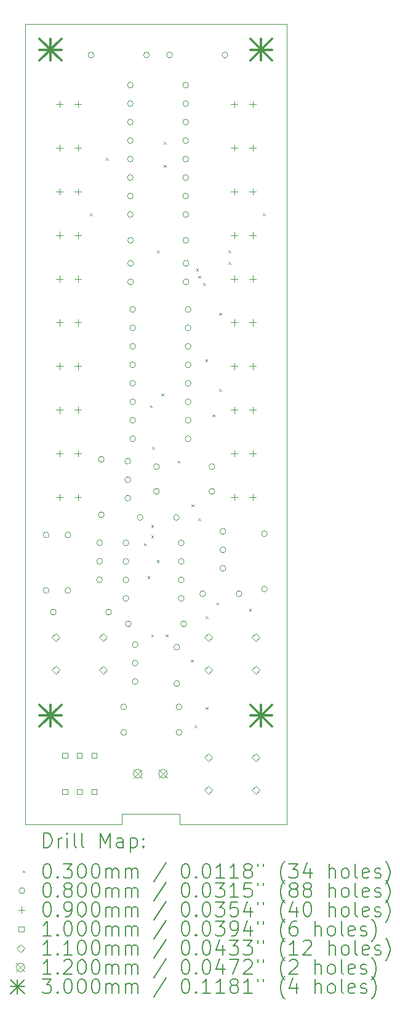
<source format=gbr>
%TF.GenerationSoftware,KiCad,Pcbnew,9.0.1*%
%TF.CreationDate,2025-06-05T21:35:17+02:00*%
%TF.ProjectId,storm_distance_meter,73746f72-6d5f-4646-9973-74616e63655f,1*%
%TF.SameCoordinates,Original*%
%TF.FileFunction,Drillmap*%
%TF.FilePolarity,Positive*%
%FSLAX45Y45*%
G04 Gerber Fmt 4.5, Leading zero omitted, Abs format (unit mm)*
G04 Created by KiCad (PCBNEW 9.0.1) date 2025-06-05 21:35:17*
%MOMM*%
%LPD*%
G01*
G04 APERTURE LIST*
%ADD10C,0.050000*%
%ADD11C,0.200000*%
%ADD12C,0.100000*%
%ADD13C,0.110000*%
%ADD14C,0.120000*%
%ADD15C,0.300000*%
G04 APERTURE END LIST*
D10*
X16470000Y-3100000D02*
X12870000Y-3100000D01*
X15000000Y-13950000D02*
X15000000Y-14100000D01*
X14200000Y-14100000D02*
X14200000Y-13950000D01*
X12870000Y-14100000D02*
X14200000Y-14100000D01*
X14200000Y-13950000D02*
X15000000Y-13950000D01*
X15000000Y-14100000D02*
X16470000Y-14100000D01*
X16470000Y-14100000D02*
X16470000Y-3100000D01*
X12870000Y-3100000D02*
X12870000Y-14100000D01*
D11*
D12*
X13764500Y-5700000D02*
X13794500Y-5730000D01*
X13794500Y-5700000D02*
X13764500Y-5730000D01*
X13986750Y-4938000D02*
X14016750Y-4968000D01*
X14016750Y-4938000D02*
X13986750Y-4968000D01*
X14505000Y-10235000D02*
X14535000Y-10265000D01*
X14535000Y-10235000D02*
X14505000Y-10265000D01*
X14555000Y-10685000D02*
X14585000Y-10715000D01*
X14585000Y-10685000D02*
X14555000Y-10715000D01*
X14590000Y-8335250D02*
X14620000Y-8365250D01*
X14620000Y-8335250D02*
X14590000Y-8365250D01*
X14605000Y-9985000D02*
X14635000Y-10015000D01*
X14635000Y-9985000D02*
X14605000Y-10015000D01*
X14605000Y-10125000D02*
X14635000Y-10155000D01*
X14635000Y-10125000D02*
X14605000Y-10155000D01*
X14605000Y-11485000D02*
X14635000Y-11515000D01*
X14635000Y-11485000D02*
X14605000Y-11515000D01*
X14621750Y-8906750D02*
X14651750Y-8936750D01*
X14651750Y-8906750D02*
X14621750Y-8936750D01*
X14685000Y-10465000D02*
X14715000Y-10495000D01*
X14715000Y-10465000D02*
X14685000Y-10495000D01*
X14685250Y-6208000D02*
X14715250Y-6238000D01*
X14715250Y-6208000D02*
X14685250Y-6238000D01*
X14748750Y-8176500D02*
X14778750Y-8206500D01*
X14778750Y-8176500D02*
X14748750Y-8206500D01*
X14780500Y-4715750D02*
X14810500Y-4745750D01*
X14810500Y-4715750D02*
X14780500Y-4745750D01*
X14780500Y-5033250D02*
X14810500Y-5063250D01*
X14810500Y-5033250D02*
X14780500Y-5063250D01*
X14805000Y-11485000D02*
X14835000Y-11515000D01*
X14835000Y-11485000D02*
X14805000Y-11515000D01*
X14971000Y-9097250D02*
X15001000Y-9127250D01*
X15001000Y-9097250D02*
X14971000Y-9127250D01*
X15155000Y-11835000D02*
X15185000Y-11865000D01*
X15185000Y-11835000D02*
X15155000Y-11865000D01*
X15161500Y-9700500D02*
X15191500Y-9730500D01*
X15191500Y-9700500D02*
X15161500Y-9730500D01*
X15205000Y-12735000D02*
X15235000Y-12765000D01*
X15235000Y-12735000D02*
X15205000Y-12765000D01*
X15225000Y-6462000D02*
X15255000Y-6492000D01*
X15255000Y-6462000D02*
X15225000Y-6492000D01*
X15256750Y-6557250D02*
X15286750Y-6587250D01*
X15286750Y-6557250D02*
X15256750Y-6587250D01*
X15256750Y-9891000D02*
X15286750Y-9921000D01*
X15286750Y-9891000D02*
X15256750Y-9921000D01*
X15322122Y-6654372D02*
X15352122Y-6684372D01*
X15352122Y-6654372D02*
X15322122Y-6684372D01*
X15352000Y-7706750D02*
X15382000Y-7736750D01*
X15382000Y-7706750D02*
X15352000Y-7736750D01*
X15355000Y-11235000D02*
X15385000Y-11265000D01*
X15385000Y-11235000D02*
X15355000Y-11265000D01*
X15355000Y-12485000D02*
X15385000Y-12515000D01*
X15385000Y-12485000D02*
X15355000Y-12515000D01*
X15447250Y-8462250D02*
X15477250Y-8492250D01*
X15477250Y-8462250D02*
X15447250Y-8492250D01*
X15505000Y-11045000D02*
X15535000Y-11075000D01*
X15535000Y-11045000D02*
X15505000Y-11075000D01*
X15542500Y-7065250D02*
X15572500Y-7095250D01*
X15572500Y-7065250D02*
X15542500Y-7095250D01*
X15542500Y-8113000D02*
X15572500Y-8143000D01*
X15572500Y-8113000D02*
X15542500Y-8143000D01*
X15669500Y-6208000D02*
X15699500Y-6238000D01*
X15699500Y-6208000D02*
X15669500Y-6238000D01*
X15669500Y-6366750D02*
X15699500Y-6396750D01*
X15699500Y-6366750D02*
X15669500Y-6396750D01*
X15955000Y-11135000D02*
X15985000Y-11165000D01*
X15985000Y-11135000D02*
X15955000Y-11165000D01*
X16145750Y-5700000D02*
X16175750Y-5730000D01*
X16175750Y-5700000D02*
X16145750Y-5730000D01*
X13200000Y-10119000D02*
G75*
G02*
X13120000Y-10119000I-40000J0D01*
G01*
X13120000Y-10119000D02*
G75*
G02*
X13200000Y-10119000I40000J0D01*
G01*
X13200000Y-10881000D02*
G75*
G02*
X13120000Y-10881000I-40000J0D01*
G01*
X13120000Y-10881000D02*
G75*
G02*
X13200000Y-10881000I40000J0D01*
G01*
X13300000Y-11180000D02*
G75*
G02*
X13220000Y-11180000I-40000J0D01*
G01*
X13220000Y-11180000D02*
G75*
G02*
X13300000Y-11180000I40000J0D01*
G01*
X13500000Y-10119000D02*
G75*
G02*
X13420000Y-10119000I-40000J0D01*
G01*
X13420000Y-10119000D02*
G75*
G02*
X13500000Y-10119000I40000J0D01*
G01*
X13500000Y-10881000D02*
G75*
G02*
X13420000Y-10881000I-40000J0D01*
G01*
X13420000Y-10881000D02*
G75*
G02*
X13500000Y-10881000I40000J0D01*
G01*
X13819500Y-3524250D02*
G75*
G02*
X13739500Y-3524250I-40000J0D01*
G01*
X13739500Y-3524250D02*
G75*
G02*
X13819500Y-3524250I40000J0D01*
G01*
X13936000Y-10226000D02*
G75*
G02*
X13856000Y-10226000I-40000J0D01*
G01*
X13856000Y-10226000D02*
G75*
G02*
X13936000Y-10226000I40000J0D01*
G01*
X13936000Y-10480000D02*
G75*
G02*
X13856000Y-10480000I-40000J0D01*
G01*
X13856000Y-10480000D02*
G75*
G02*
X13936000Y-10480000I40000J0D01*
G01*
X13936000Y-10734000D02*
G75*
G02*
X13856000Y-10734000I-40000J0D01*
G01*
X13856000Y-10734000D02*
G75*
G02*
X13936000Y-10734000I40000J0D01*
G01*
X13960000Y-9079000D02*
G75*
G02*
X13880000Y-9079000I-40000J0D01*
G01*
X13880000Y-9079000D02*
G75*
G02*
X13960000Y-9079000I40000J0D01*
G01*
X13960000Y-9841000D02*
G75*
G02*
X13880000Y-9841000I-40000J0D01*
G01*
X13880000Y-9841000D02*
G75*
G02*
X13960000Y-9841000I40000J0D01*
G01*
X14062000Y-11180000D02*
G75*
G02*
X13982000Y-11180000I-40000J0D01*
G01*
X13982000Y-11180000D02*
G75*
G02*
X14062000Y-11180000I40000J0D01*
G01*
X14267500Y-12482500D02*
G75*
G02*
X14187500Y-12482500I-40000J0D01*
G01*
X14187500Y-12482500D02*
G75*
G02*
X14267500Y-12482500I40000J0D01*
G01*
X14267500Y-12831750D02*
G75*
G02*
X14187500Y-12831750I-40000J0D01*
G01*
X14187500Y-12831750D02*
G75*
G02*
X14267500Y-12831750I40000J0D01*
G01*
X14298250Y-10229250D02*
G75*
G02*
X14218250Y-10229250I-40000J0D01*
G01*
X14218250Y-10229250D02*
G75*
G02*
X14298250Y-10229250I40000J0D01*
G01*
X14298250Y-10483250D02*
G75*
G02*
X14218250Y-10483250I-40000J0D01*
G01*
X14218250Y-10483250D02*
G75*
G02*
X14298250Y-10483250I40000J0D01*
G01*
X14298250Y-10737250D02*
G75*
G02*
X14218250Y-10737250I-40000J0D01*
G01*
X14218250Y-10737250D02*
G75*
G02*
X14298250Y-10737250I40000J0D01*
G01*
X14298250Y-10991250D02*
G75*
G02*
X14218250Y-10991250I-40000J0D01*
G01*
X14218250Y-10991250D02*
G75*
G02*
X14298250Y-10991250I40000J0D01*
G01*
X14324000Y-9106000D02*
G75*
G02*
X14244000Y-9106000I-40000J0D01*
G01*
X14244000Y-9106000D02*
G75*
G02*
X14324000Y-9106000I40000J0D01*
G01*
X14324000Y-9360000D02*
G75*
G02*
X14244000Y-9360000I-40000J0D01*
G01*
X14244000Y-9360000D02*
G75*
G02*
X14324000Y-9360000I40000J0D01*
G01*
X14324000Y-9614000D02*
G75*
G02*
X14244000Y-9614000I-40000J0D01*
G01*
X14244000Y-9614000D02*
G75*
G02*
X14324000Y-9614000I40000J0D01*
G01*
X14331000Y-11339500D02*
G75*
G02*
X14251000Y-11339500I-40000J0D01*
G01*
X14251000Y-11339500D02*
G75*
G02*
X14331000Y-11339500I40000J0D01*
G01*
X14359250Y-3937000D02*
G75*
G02*
X14279250Y-3937000I-40000J0D01*
G01*
X14279250Y-3937000D02*
G75*
G02*
X14359250Y-3937000I40000J0D01*
G01*
X14359250Y-4191000D02*
G75*
G02*
X14279250Y-4191000I-40000J0D01*
G01*
X14279250Y-4191000D02*
G75*
G02*
X14359250Y-4191000I40000J0D01*
G01*
X14359250Y-4445000D02*
G75*
G02*
X14279250Y-4445000I-40000J0D01*
G01*
X14279250Y-4445000D02*
G75*
G02*
X14359250Y-4445000I40000J0D01*
G01*
X14359250Y-4699000D02*
G75*
G02*
X14279250Y-4699000I-40000J0D01*
G01*
X14279250Y-4699000D02*
G75*
G02*
X14359250Y-4699000I40000J0D01*
G01*
X14359250Y-4953000D02*
G75*
G02*
X14279250Y-4953000I-40000J0D01*
G01*
X14279250Y-4953000D02*
G75*
G02*
X14359250Y-4953000I40000J0D01*
G01*
X14359250Y-5207000D02*
G75*
G02*
X14279250Y-5207000I-40000J0D01*
G01*
X14279250Y-5207000D02*
G75*
G02*
X14359250Y-5207000I40000J0D01*
G01*
X14359250Y-5461000D02*
G75*
G02*
X14279250Y-5461000I-40000J0D01*
G01*
X14279250Y-5461000D02*
G75*
G02*
X14359250Y-5461000I40000J0D01*
G01*
X14359250Y-5715000D02*
G75*
G02*
X14279250Y-5715000I-40000J0D01*
G01*
X14279250Y-5715000D02*
G75*
G02*
X14359250Y-5715000I40000J0D01*
G01*
X14362750Y-6069000D02*
G75*
G02*
X14282750Y-6069000I-40000J0D01*
G01*
X14282750Y-6069000D02*
G75*
G02*
X14362750Y-6069000I40000J0D01*
G01*
X14362750Y-6386500D02*
G75*
G02*
X14282750Y-6386500I-40000J0D01*
G01*
X14282750Y-6386500D02*
G75*
G02*
X14362750Y-6386500I40000J0D01*
G01*
X14362750Y-6640500D02*
G75*
G02*
X14282750Y-6640500I-40000J0D01*
G01*
X14282750Y-6640500D02*
G75*
G02*
X14362750Y-6640500I40000J0D01*
G01*
X14391500Y-7018500D02*
G75*
G02*
X14311500Y-7018500I-40000J0D01*
G01*
X14311500Y-7018500D02*
G75*
G02*
X14391500Y-7018500I40000J0D01*
G01*
X14391500Y-7272500D02*
G75*
G02*
X14311500Y-7272500I-40000J0D01*
G01*
X14311500Y-7272500D02*
G75*
G02*
X14391500Y-7272500I40000J0D01*
G01*
X14391500Y-7526500D02*
G75*
G02*
X14311500Y-7526500I-40000J0D01*
G01*
X14311500Y-7526500D02*
G75*
G02*
X14391500Y-7526500I40000J0D01*
G01*
X14391500Y-7780500D02*
G75*
G02*
X14311500Y-7780500I-40000J0D01*
G01*
X14311500Y-7780500D02*
G75*
G02*
X14391500Y-7780500I40000J0D01*
G01*
X14391500Y-8034500D02*
G75*
G02*
X14311500Y-8034500I-40000J0D01*
G01*
X14311500Y-8034500D02*
G75*
G02*
X14391500Y-8034500I40000J0D01*
G01*
X14391500Y-8288500D02*
G75*
G02*
X14311500Y-8288500I-40000J0D01*
G01*
X14311500Y-8288500D02*
G75*
G02*
X14391500Y-8288500I40000J0D01*
G01*
X14391500Y-8542500D02*
G75*
G02*
X14311500Y-8542500I-40000J0D01*
G01*
X14311500Y-8542500D02*
G75*
G02*
X14391500Y-8542500I40000J0D01*
G01*
X14391500Y-8796500D02*
G75*
G02*
X14311500Y-8796500I-40000J0D01*
G01*
X14311500Y-8796500D02*
G75*
G02*
X14391500Y-8796500I40000J0D01*
G01*
X14426250Y-11625250D02*
G75*
G02*
X14346250Y-11625250I-40000J0D01*
G01*
X14346250Y-11625250D02*
G75*
G02*
X14426250Y-11625250I40000J0D01*
G01*
X14426250Y-11879250D02*
G75*
G02*
X14346250Y-11879250I-40000J0D01*
G01*
X14346250Y-11879250D02*
G75*
G02*
X14426250Y-11879250I40000J0D01*
G01*
X14426250Y-12133250D02*
G75*
G02*
X14346250Y-12133250I-40000J0D01*
G01*
X14346250Y-12133250D02*
G75*
G02*
X14426250Y-12133250I40000J0D01*
G01*
X14493750Y-9879000D02*
G75*
G02*
X14413750Y-9879000I-40000J0D01*
G01*
X14413750Y-9879000D02*
G75*
G02*
X14493750Y-9879000I40000J0D01*
G01*
X14581500Y-3524250D02*
G75*
G02*
X14501500Y-3524250I-40000J0D01*
G01*
X14501500Y-3524250D02*
G75*
G02*
X14581500Y-3524250I40000J0D01*
G01*
X14719000Y-9180000D02*
G75*
G02*
X14639000Y-9180000I-40000J0D01*
G01*
X14639000Y-9180000D02*
G75*
G02*
X14719000Y-9180000I40000J0D01*
G01*
X14719000Y-9520000D02*
G75*
G02*
X14639000Y-9520000I-40000J0D01*
G01*
X14639000Y-9520000D02*
G75*
G02*
X14719000Y-9520000I40000J0D01*
G01*
X14899000Y-3524250D02*
G75*
G02*
X14819000Y-3524250I-40000J0D01*
G01*
X14819000Y-3524250D02*
G75*
G02*
X14899000Y-3524250I40000J0D01*
G01*
X14993750Y-9879000D02*
G75*
G02*
X14913750Y-9879000I-40000J0D01*
G01*
X14913750Y-9879000D02*
G75*
G02*
X14993750Y-9879000I40000J0D01*
G01*
X14997750Y-11661000D02*
G75*
G02*
X14917750Y-11661000I-40000J0D01*
G01*
X14917750Y-11661000D02*
G75*
G02*
X14997750Y-11661000I40000J0D01*
G01*
X14997750Y-12161000D02*
G75*
G02*
X14917750Y-12161000I-40000J0D01*
G01*
X14917750Y-12161000D02*
G75*
G02*
X14997750Y-12161000I40000J0D01*
G01*
X15029500Y-12482500D02*
G75*
G02*
X14949500Y-12482500I-40000J0D01*
G01*
X14949500Y-12482500D02*
G75*
G02*
X15029500Y-12482500I40000J0D01*
G01*
X15029500Y-12831750D02*
G75*
G02*
X14949500Y-12831750I-40000J0D01*
G01*
X14949500Y-12831750D02*
G75*
G02*
X15029500Y-12831750I40000J0D01*
G01*
X15060250Y-10229250D02*
G75*
G02*
X14980250Y-10229250I-40000J0D01*
G01*
X14980250Y-10229250D02*
G75*
G02*
X15060250Y-10229250I40000J0D01*
G01*
X15060250Y-10483250D02*
G75*
G02*
X14980250Y-10483250I-40000J0D01*
G01*
X14980250Y-10483250D02*
G75*
G02*
X15060250Y-10483250I40000J0D01*
G01*
X15060250Y-10737250D02*
G75*
G02*
X14980250Y-10737250I-40000J0D01*
G01*
X14980250Y-10737250D02*
G75*
G02*
X15060250Y-10737250I40000J0D01*
G01*
X15060250Y-10991250D02*
G75*
G02*
X14980250Y-10991250I-40000J0D01*
G01*
X14980250Y-10991250D02*
G75*
G02*
X15060250Y-10991250I40000J0D01*
G01*
X15093000Y-11339500D02*
G75*
G02*
X15013000Y-11339500I-40000J0D01*
G01*
X15013000Y-11339500D02*
G75*
G02*
X15093000Y-11339500I40000J0D01*
G01*
X15121250Y-3937000D02*
G75*
G02*
X15041250Y-3937000I-40000J0D01*
G01*
X15041250Y-3937000D02*
G75*
G02*
X15121250Y-3937000I40000J0D01*
G01*
X15121250Y-4191000D02*
G75*
G02*
X15041250Y-4191000I-40000J0D01*
G01*
X15041250Y-4191000D02*
G75*
G02*
X15121250Y-4191000I40000J0D01*
G01*
X15121250Y-4445000D02*
G75*
G02*
X15041250Y-4445000I-40000J0D01*
G01*
X15041250Y-4445000D02*
G75*
G02*
X15121250Y-4445000I40000J0D01*
G01*
X15121250Y-4699000D02*
G75*
G02*
X15041250Y-4699000I-40000J0D01*
G01*
X15041250Y-4699000D02*
G75*
G02*
X15121250Y-4699000I40000J0D01*
G01*
X15121250Y-4953000D02*
G75*
G02*
X15041250Y-4953000I-40000J0D01*
G01*
X15041250Y-4953000D02*
G75*
G02*
X15121250Y-4953000I40000J0D01*
G01*
X15121250Y-5207000D02*
G75*
G02*
X15041250Y-5207000I-40000J0D01*
G01*
X15041250Y-5207000D02*
G75*
G02*
X15121250Y-5207000I40000J0D01*
G01*
X15121250Y-5461000D02*
G75*
G02*
X15041250Y-5461000I-40000J0D01*
G01*
X15041250Y-5461000D02*
G75*
G02*
X15121250Y-5461000I40000J0D01*
G01*
X15121250Y-5715000D02*
G75*
G02*
X15041250Y-5715000I-40000J0D01*
G01*
X15041250Y-5715000D02*
G75*
G02*
X15121250Y-5715000I40000J0D01*
G01*
X15124750Y-6069000D02*
G75*
G02*
X15044750Y-6069000I-40000J0D01*
G01*
X15044750Y-6069000D02*
G75*
G02*
X15124750Y-6069000I40000J0D01*
G01*
X15124750Y-6386500D02*
G75*
G02*
X15044750Y-6386500I-40000J0D01*
G01*
X15044750Y-6386500D02*
G75*
G02*
X15124750Y-6386500I40000J0D01*
G01*
X15124750Y-6640500D02*
G75*
G02*
X15044750Y-6640500I-40000J0D01*
G01*
X15044750Y-6640500D02*
G75*
G02*
X15124750Y-6640500I40000J0D01*
G01*
X15153500Y-7018500D02*
G75*
G02*
X15073500Y-7018500I-40000J0D01*
G01*
X15073500Y-7018500D02*
G75*
G02*
X15153500Y-7018500I40000J0D01*
G01*
X15153500Y-7272500D02*
G75*
G02*
X15073500Y-7272500I-40000J0D01*
G01*
X15073500Y-7272500D02*
G75*
G02*
X15153500Y-7272500I40000J0D01*
G01*
X15153500Y-7526500D02*
G75*
G02*
X15073500Y-7526500I-40000J0D01*
G01*
X15073500Y-7526500D02*
G75*
G02*
X15153500Y-7526500I40000J0D01*
G01*
X15153500Y-7780500D02*
G75*
G02*
X15073500Y-7780500I-40000J0D01*
G01*
X15073500Y-7780500D02*
G75*
G02*
X15153500Y-7780500I40000J0D01*
G01*
X15153500Y-8034500D02*
G75*
G02*
X15073500Y-8034500I-40000J0D01*
G01*
X15073500Y-8034500D02*
G75*
G02*
X15153500Y-8034500I40000J0D01*
G01*
X15153500Y-8288500D02*
G75*
G02*
X15073500Y-8288500I-40000J0D01*
G01*
X15073500Y-8288500D02*
G75*
G02*
X15153500Y-8288500I40000J0D01*
G01*
X15153500Y-8542500D02*
G75*
G02*
X15073500Y-8542500I-40000J0D01*
G01*
X15073500Y-8542500D02*
G75*
G02*
X15153500Y-8542500I40000J0D01*
G01*
X15153500Y-8796500D02*
G75*
G02*
X15073500Y-8796500I-40000J0D01*
G01*
X15073500Y-8796500D02*
G75*
G02*
X15153500Y-8796500I40000J0D01*
G01*
X15355000Y-10926750D02*
G75*
G02*
X15275000Y-10926750I-40000J0D01*
G01*
X15275000Y-10926750D02*
G75*
G02*
X15355000Y-10926750I40000J0D01*
G01*
X15481000Y-9180000D02*
G75*
G02*
X15401000Y-9180000I-40000J0D01*
G01*
X15401000Y-9180000D02*
G75*
G02*
X15481000Y-9180000I40000J0D01*
G01*
X15481000Y-9520000D02*
G75*
G02*
X15401000Y-9520000I-40000J0D01*
G01*
X15401000Y-9520000D02*
G75*
G02*
X15481000Y-9520000I40000J0D01*
G01*
X15632750Y-10069500D02*
G75*
G02*
X15552750Y-10069500I-40000J0D01*
G01*
X15552750Y-10069500D02*
G75*
G02*
X15632750Y-10069500I40000J0D01*
G01*
X15632750Y-10323500D02*
G75*
G02*
X15552750Y-10323500I-40000J0D01*
G01*
X15552750Y-10323500D02*
G75*
G02*
X15632750Y-10323500I40000J0D01*
G01*
X15632750Y-10577500D02*
G75*
G02*
X15552750Y-10577500I-40000J0D01*
G01*
X15552750Y-10577500D02*
G75*
G02*
X15632750Y-10577500I40000J0D01*
G01*
X15661000Y-3524250D02*
G75*
G02*
X15581000Y-3524250I-40000J0D01*
G01*
X15581000Y-3524250D02*
G75*
G02*
X15661000Y-3524250I40000J0D01*
G01*
X15855000Y-10926750D02*
G75*
G02*
X15775000Y-10926750I-40000J0D01*
G01*
X15775000Y-10926750D02*
G75*
G02*
X15855000Y-10926750I40000J0D01*
G01*
X16204250Y-10101250D02*
G75*
G02*
X16124250Y-10101250I-40000J0D01*
G01*
X16124250Y-10101250D02*
G75*
G02*
X16204250Y-10101250I40000J0D01*
G01*
X16204250Y-10863250D02*
G75*
G02*
X16124250Y-10863250I-40000J0D01*
G01*
X16124250Y-10863250D02*
G75*
G02*
X16204250Y-10863250I40000J0D01*
G01*
X13346000Y-4155000D02*
X13346000Y-4245000D01*
X13301000Y-4200000D02*
X13391000Y-4200000D01*
X13346000Y-4755000D02*
X13346000Y-4845000D01*
X13301000Y-4800000D02*
X13391000Y-4800000D01*
X13346000Y-5355000D02*
X13346000Y-5445000D01*
X13301000Y-5400000D02*
X13391000Y-5400000D01*
X13346000Y-5955000D02*
X13346000Y-6045000D01*
X13301000Y-6000000D02*
X13391000Y-6000000D01*
X13346000Y-6555000D02*
X13346000Y-6645000D01*
X13301000Y-6600000D02*
X13391000Y-6600000D01*
X13346000Y-7155000D02*
X13346000Y-7245000D01*
X13301000Y-7200000D02*
X13391000Y-7200000D01*
X13346000Y-7755000D02*
X13346000Y-7845000D01*
X13301000Y-7800000D02*
X13391000Y-7800000D01*
X13346000Y-8355000D02*
X13346000Y-8445000D01*
X13301000Y-8400000D02*
X13391000Y-8400000D01*
X13346000Y-8955000D02*
X13346000Y-9045000D01*
X13301000Y-9000000D02*
X13391000Y-9000000D01*
X13346000Y-9555000D02*
X13346000Y-9645000D01*
X13301000Y-9600000D02*
X13391000Y-9600000D01*
X13600000Y-4155000D02*
X13600000Y-4245000D01*
X13555000Y-4200000D02*
X13645000Y-4200000D01*
X13600000Y-4755000D02*
X13600000Y-4845000D01*
X13555000Y-4800000D02*
X13645000Y-4800000D01*
X13600000Y-5355000D02*
X13600000Y-5445000D01*
X13555000Y-5400000D02*
X13645000Y-5400000D01*
X13600000Y-5955000D02*
X13600000Y-6045000D01*
X13555000Y-6000000D02*
X13645000Y-6000000D01*
X13600000Y-6555000D02*
X13600000Y-6645000D01*
X13555000Y-6600000D02*
X13645000Y-6600000D01*
X13600000Y-7155000D02*
X13600000Y-7245000D01*
X13555000Y-7200000D02*
X13645000Y-7200000D01*
X13600000Y-7755000D02*
X13600000Y-7845000D01*
X13555000Y-7800000D02*
X13645000Y-7800000D01*
X13600000Y-8355000D02*
X13600000Y-8445000D01*
X13555000Y-8400000D02*
X13645000Y-8400000D01*
X13600000Y-8955000D02*
X13600000Y-9045000D01*
X13555000Y-9000000D02*
X13645000Y-9000000D01*
X13600000Y-9555000D02*
X13600000Y-9645000D01*
X13555000Y-9600000D02*
X13645000Y-9600000D01*
X15750000Y-4155000D02*
X15750000Y-4245000D01*
X15705000Y-4200000D02*
X15795000Y-4200000D01*
X15750000Y-4755000D02*
X15750000Y-4845000D01*
X15705000Y-4800000D02*
X15795000Y-4800000D01*
X15750000Y-5355000D02*
X15750000Y-5445000D01*
X15705000Y-5400000D02*
X15795000Y-5400000D01*
X15750000Y-5955000D02*
X15750000Y-6045000D01*
X15705000Y-6000000D02*
X15795000Y-6000000D01*
X15750000Y-6555000D02*
X15750000Y-6645000D01*
X15705000Y-6600000D02*
X15795000Y-6600000D01*
X15750000Y-7155000D02*
X15750000Y-7245000D01*
X15705000Y-7200000D02*
X15795000Y-7200000D01*
X15750000Y-7755000D02*
X15750000Y-7845000D01*
X15705000Y-7800000D02*
X15795000Y-7800000D01*
X15750000Y-8355000D02*
X15750000Y-8445000D01*
X15705000Y-8400000D02*
X15795000Y-8400000D01*
X15750000Y-8955000D02*
X15750000Y-9045000D01*
X15705000Y-9000000D02*
X15795000Y-9000000D01*
X15750000Y-9555000D02*
X15750000Y-9645000D01*
X15705000Y-9600000D02*
X15795000Y-9600000D01*
X16004000Y-4155000D02*
X16004000Y-4245000D01*
X15959000Y-4200000D02*
X16049000Y-4200000D01*
X16004000Y-4755000D02*
X16004000Y-4845000D01*
X15959000Y-4800000D02*
X16049000Y-4800000D01*
X16004000Y-5355000D02*
X16004000Y-5445000D01*
X15959000Y-5400000D02*
X16049000Y-5400000D01*
X16004000Y-5955000D02*
X16004000Y-6045000D01*
X15959000Y-6000000D02*
X16049000Y-6000000D01*
X16004000Y-6555000D02*
X16004000Y-6645000D01*
X15959000Y-6600000D02*
X16049000Y-6600000D01*
X16004000Y-7155000D02*
X16004000Y-7245000D01*
X15959000Y-7200000D02*
X16049000Y-7200000D01*
X16004000Y-7755000D02*
X16004000Y-7845000D01*
X15959000Y-7800000D02*
X16049000Y-7800000D01*
X16004000Y-8355000D02*
X16004000Y-8445000D01*
X15959000Y-8400000D02*
X16049000Y-8400000D01*
X16004000Y-8955000D02*
X16004000Y-9045000D01*
X15959000Y-9000000D02*
X16049000Y-9000000D01*
X16004000Y-9555000D02*
X16004000Y-9645000D01*
X15959000Y-9600000D02*
X16049000Y-9600000D01*
X13455356Y-13185356D02*
X13455356Y-13114644D01*
X13384644Y-13114644D01*
X13384644Y-13185356D01*
X13455356Y-13185356D01*
X13455356Y-13685356D02*
X13455356Y-13614644D01*
X13384644Y-13614644D01*
X13384644Y-13685356D01*
X13455356Y-13685356D01*
X13655356Y-13185356D02*
X13655356Y-13114644D01*
X13584644Y-13114644D01*
X13584644Y-13185356D01*
X13655356Y-13185356D01*
X13655356Y-13685356D02*
X13655356Y-13614644D01*
X13584644Y-13614644D01*
X13584644Y-13685356D01*
X13655356Y-13685356D01*
X13855356Y-13185356D02*
X13855356Y-13114644D01*
X13784644Y-13114644D01*
X13784644Y-13185356D01*
X13855356Y-13185356D01*
X13855356Y-13685356D02*
X13855356Y-13614644D01*
X13784644Y-13614644D01*
X13784644Y-13685356D01*
X13855356Y-13685356D01*
D13*
X13295000Y-11580000D02*
X13350000Y-11525000D01*
X13295000Y-11470000D01*
X13240000Y-11525000D01*
X13295000Y-11580000D01*
X13295000Y-12030000D02*
X13350000Y-11975000D01*
X13295000Y-11920000D01*
X13240000Y-11975000D01*
X13295000Y-12030000D01*
X13945000Y-11580000D02*
X14000000Y-11525000D01*
X13945000Y-11470000D01*
X13890000Y-11525000D01*
X13945000Y-11580000D01*
X13945000Y-12030000D02*
X14000000Y-11975000D01*
X13945000Y-11920000D01*
X13890000Y-11975000D01*
X13945000Y-12030000D01*
X15395000Y-11580000D02*
X15450000Y-11525000D01*
X15395000Y-11470000D01*
X15340000Y-11525000D01*
X15395000Y-11580000D01*
X15395000Y-12030000D02*
X15450000Y-11975000D01*
X15395000Y-11920000D01*
X15340000Y-11975000D01*
X15395000Y-12030000D01*
X15395000Y-13230000D02*
X15450000Y-13175000D01*
X15395000Y-13120000D01*
X15340000Y-13175000D01*
X15395000Y-13230000D01*
X15395000Y-13680000D02*
X15450000Y-13625000D01*
X15395000Y-13570000D01*
X15340000Y-13625000D01*
X15395000Y-13680000D01*
X16045000Y-11580000D02*
X16100000Y-11525000D01*
X16045000Y-11470000D01*
X15990000Y-11525000D01*
X16045000Y-11580000D01*
X16045000Y-12030000D02*
X16100000Y-11975000D01*
X16045000Y-11920000D01*
X15990000Y-11975000D01*
X16045000Y-12030000D01*
X16045000Y-13230000D02*
X16100000Y-13175000D01*
X16045000Y-13120000D01*
X15990000Y-13175000D01*
X16045000Y-13230000D01*
X16045000Y-13680000D02*
X16100000Y-13625000D01*
X16045000Y-13570000D01*
X15990000Y-13625000D01*
X16045000Y-13680000D01*
D14*
X14360000Y-13340000D02*
X14480000Y-13460000D01*
X14480000Y-13340000D02*
X14360000Y-13460000D01*
X14480000Y-13400000D02*
G75*
G02*
X14360000Y-13400000I-60000J0D01*
G01*
X14360000Y-13400000D02*
G75*
G02*
X14480000Y-13400000I60000J0D01*
G01*
X14710000Y-13340000D02*
X14830000Y-13460000D01*
X14830000Y-13340000D02*
X14710000Y-13460000D01*
X14830000Y-13400000D02*
G75*
G02*
X14710000Y-13400000I-60000J0D01*
G01*
X14710000Y-13400000D02*
G75*
G02*
X14830000Y-13400000I60000J0D01*
G01*
D15*
X13070000Y-3300000D02*
X13370000Y-3600000D01*
X13370000Y-3300000D02*
X13070000Y-3600000D01*
X13220000Y-3300000D02*
X13220000Y-3600000D01*
X13070000Y-3450000D02*
X13370000Y-3450000D01*
X13070000Y-12450000D02*
X13370000Y-12750000D01*
X13370000Y-12450000D02*
X13070000Y-12750000D01*
X13220000Y-12450000D02*
X13220000Y-12750000D01*
X13070000Y-12600000D02*
X13370000Y-12600000D01*
X15970000Y-3300000D02*
X16270000Y-3600000D01*
X16270000Y-3300000D02*
X15970000Y-3600000D01*
X16120000Y-3300000D02*
X16120000Y-3600000D01*
X15970000Y-3450000D02*
X16270000Y-3450000D01*
X15970000Y-12450000D02*
X16270000Y-12750000D01*
X16270000Y-12450000D02*
X15970000Y-12750000D01*
X16120000Y-12450000D02*
X16120000Y-12750000D01*
X15970000Y-12600000D02*
X16270000Y-12600000D01*
D11*
X13128277Y-14413984D02*
X13128277Y-14213984D01*
X13128277Y-14213984D02*
X13175896Y-14213984D01*
X13175896Y-14213984D02*
X13204467Y-14223508D01*
X13204467Y-14223508D02*
X13223515Y-14242555D01*
X13223515Y-14242555D02*
X13233039Y-14261603D01*
X13233039Y-14261603D02*
X13242562Y-14299698D01*
X13242562Y-14299698D02*
X13242562Y-14328269D01*
X13242562Y-14328269D02*
X13233039Y-14366365D01*
X13233039Y-14366365D02*
X13223515Y-14385412D01*
X13223515Y-14385412D02*
X13204467Y-14404460D01*
X13204467Y-14404460D02*
X13175896Y-14413984D01*
X13175896Y-14413984D02*
X13128277Y-14413984D01*
X13328277Y-14413984D02*
X13328277Y-14280650D01*
X13328277Y-14318746D02*
X13337801Y-14299698D01*
X13337801Y-14299698D02*
X13347324Y-14290174D01*
X13347324Y-14290174D02*
X13366372Y-14280650D01*
X13366372Y-14280650D02*
X13385420Y-14280650D01*
X13452086Y-14413984D02*
X13452086Y-14280650D01*
X13452086Y-14213984D02*
X13442562Y-14223508D01*
X13442562Y-14223508D02*
X13452086Y-14233031D01*
X13452086Y-14233031D02*
X13461610Y-14223508D01*
X13461610Y-14223508D02*
X13452086Y-14213984D01*
X13452086Y-14213984D02*
X13452086Y-14233031D01*
X13575896Y-14413984D02*
X13556848Y-14404460D01*
X13556848Y-14404460D02*
X13547324Y-14385412D01*
X13547324Y-14385412D02*
X13547324Y-14213984D01*
X13680658Y-14413984D02*
X13661610Y-14404460D01*
X13661610Y-14404460D02*
X13652086Y-14385412D01*
X13652086Y-14385412D02*
X13652086Y-14213984D01*
X13909229Y-14413984D02*
X13909229Y-14213984D01*
X13909229Y-14213984D02*
X13975896Y-14356841D01*
X13975896Y-14356841D02*
X14042562Y-14213984D01*
X14042562Y-14213984D02*
X14042562Y-14413984D01*
X14223515Y-14413984D02*
X14223515Y-14309222D01*
X14223515Y-14309222D02*
X14213991Y-14290174D01*
X14213991Y-14290174D02*
X14194943Y-14280650D01*
X14194943Y-14280650D02*
X14156848Y-14280650D01*
X14156848Y-14280650D02*
X14137801Y-14290174D01*
X14223515Y-14404460D02*
X14204467Y-14413984D01*
X14204467Y-14413984D02*
X14156848Y-14413984D01*
X14156848Y-14413984D02*
X14137801Y-14404460D01*
X14137801Y-14404460D02*
X14128277Y-14385412D01*
X14128277Y-14385412D02*
X14128277Y-14366365D01*
X14128277Y-14366365D02*
X14137801Y-14347317D01*
X14137801Y-14347317D02*
X14156848Y-14337793D01*
X14156848Y-14337793D02*
X14204467Y-14337793D01*
X14204467Y-14337793D02*
X14223515Y-14328269D01*
X14318753Y-14280650D02*
X14318753Y-14480650D01*
X14318753Y-14290174D02*
X14337801Y-14280650D01*
X14337801Y-14280650D02*
X14375896Y-14280650D01*
X14375896Y-14280650D02*
X14394943Y-14290174D01*
X14394943Y-14290174D02*
X14404467Y-14299698D01*
X14404467Y-14299698D02*
X14413991Y-14318746D01*
X14413991Y-14318746D02*
X14413991Y-14375888D01*
X14413991Y-14375888D02*
X14404467Y-14394936D01*
X14404467Y-14394936D02*
X14394943Y-14404460D01*
X14394943Y-14404460D02*
X14375896Y-14413984D01*
X14375896Y-14413984D02*
X14337801Y-14413984D01*
X14337801Y-14413984D02*
X14318753Y-14404460D01*
X14499705Y-14394936D02*
X14509229Y-14404460D01*
X14509229Y-14404460D02*
X14499705Y-14413984D01*
X14499705Y-14413984D02*
X14490182Y-14404460D01*
X14490182Y-14404460D02*
X14499705Y-14394936D01*
X14499705Y-14394936D02*
X14499705Y-14413984D01*
X14499705Y-14290174D02*
X14509229Y-14299698D01*
X14509229Y-14299698D02*
X14499705Y-14309222D01*
X14499705Y-14309222D02*
X14490182Y-14299698D01*
X14490182Y-14299698D02*
X14499705Y-14290174D01*
X14499705Y-14290174D02*
X14499705Y-14309222D01*
D12*
X12837500Y-14727500D02*
X12867500Y-14757500D01*
X12867500Y-14727500D02*
X12837500Y-14757500D01*
D11*
X13166372Y-14633984D02*
X13185420Y-14633984D01*
X13185420Y-14633984D02*
X13204467Y-14643508D01*
X13204467Y-14643508D02*
X13213991Y-14653031D01*
X13213991Y-14653031D02*
X13223515Y-14672079D01*
X13223515Y-14672079D02*
X13233039Y-14710174D01*
X13233039Y-14710174D02*
X13233039Y-14757793D01*
X13233039Y-14757793D02*
X13223515Y-14795888D01*
X13223515Y-14795888D02*
X13213991Y-14814936D01*
X13213991Y-14814936D02*
X13204467Y-14824460D01*
X13204467Y-14824460D02*
X13185420Y-14833984D01*
X13185420Y-14833984D02*
X13166372Y-14833984D01*
X13166372Y-14833984D02*
X13147324Y-14824460D01*
X13147324Y-14824460D02*
X13137801Y-14814936D01*
X13137801Y-14814936D02*
X13128277Y-14795888D01*
X13128277Y-14795888D02*
X13118753Y-14757793D01*
X13118753Y-14757793D02*
X13118753Y-14710174D01*
X13118753Y-14710174D02*
X13128277Y-14672079D01*
X13128277Y-14672079D02*
X13137801Y-14653031D01*
X13137801Y-14653031D02*
X13147324Y-14643508D01*
X13147324Y-14643508D02*
X13166372Y-14633984D01*
X13318753Y-14814936D02*
X13328277Y-14824460D01*
X13328277Y-14824460D02*
X13318753Y-14833984D01*
X13318753Y-14833984D02*
X13309229Y-14824460D01*
X13309229Y-14824460D02*
X13318753Y-14814936D01*
X13318753Y-14814936D02*
X13318753Y-14833984D01*
X13394943Y-14633984D02*
X13518753Y-14633984D01*
X13518753Y-14633984D02*
X13452086Y-14710174D01*
X13452086Y-14710174D02*
X13480658Y-14710174D01*
X13480658Y-14710174D02*
X13499705Y-14719698D01*
X13499705Y-14719698D02*
X13509229Y-14729222D01*
X13509229Y-14729222D02*
X13518753Y-14748269D01*
X13518753Y-14748269D02*
X13518753Y-14795888D01*
X13518753Y-14795888D02*
X13509229Y-14814936D01*
X13509229Y-14814936D02*
X13499705Y-14824460D01*
X13499705Y-14824460D02*
X13480658Y-14833984D01*
X13480658Y-14833984D02*
X13423515Y-14833984D01*
X13423515Y-14833984D02*
X13404467Y-14824460D01*
X13404467Y-14824460D02*
X13394943Y-14814936D01*
X13642562Y-14633984D02*
X13661610Y-14633984D01*
X13661610Y-14633984D02*
X13680658Y-14643508D01*
X13680658Y-14643508D02*
X13690182Y-14653031D01*
X13690182Y-14653031D02*
X13699705Y-14672079D01*
X13699705Y-14672079D02*
X13709229Y-14710174D01*
X13709229Y-14710174D02*
X13709229Y-14757793D01*
X13709229Y-14757793D02*
X13699705Y-14795888D01*
X13699705Y-14795888D02*
X13690182Y-14814936D01*
X13690182Y-14814936D02*
X13680658Y-14824460D01*
X13680658Y-14824460D02*
X13661610Y-14833984D01*
X13661610Y-14833984D02*
X13642562Y-14833984D01*
X13642562Y-14833984D02*
X13623515Y-14824460D01*
X13623515Y-14824460D02*
X13613991Y-14814936D01*
X13613991Y-14814936D02*
X13604467Y-14795888D01*
X13604467Y-14795888D02*
X13594943Y-14757793D01*
X13594943Y-14757793D02*
X13594943Y-14710174D01*
X13594943Y-14710174D02*
X13604467Y-14672079D01*
X13604467Y-14672079D02*
X13613991Y-14653031D01*
X13613991Y-14653031D02*
X13623515Y-14643508D01*
X13623515Y-14643508D02*
X13642562Y-14633984D01*
X13833039Y-14633984D02*
X13852086Y-14633984D01*
X13852086Y-14633984D02*
X13871134Y-14643508D01*
X13871134Y-14643508D02*
X13880658Y-14653031D01*
X13880658Y-14653031D02*
X13890182Y-14672079D01*
X13890182Y-14672079D02*
X13899705Y-14710174D01*
X13899705Y-14710174D02*
X13899705Y-14757793D01*
X13899705Y-14757793D02*
X13890182Y-14795888D01*
X13890182Y-14795888D02*
X13880658Y-14814936D01*
X13880658Y-14814936D02*
X13871134Y-14824460D01*
X13871134Y-14824460D02*
X13852086Y-14833984D01*
X13852086Y-14833984D02*
X13833039Y-14833984D01*
X13833039Y-14833984D02*
X13813991Y-14824460D01*
X13813991Y-14824460D02*
X13804467Y-14814936D01*
X13804467Y-14814936D02*
X13794943Y-14795888D01*
X13794943Y-14795888D02*
X13785420Y-14757793D01*
X13785420Y-14757793D02*
X13785420Y-14710174D01*
X13785420Y-14710174D02*
X13794943Y-14672079D01*
X13794943Y-14672079D02*
X13804467Y-14653031D01*
X13804467Y-14653031D02*
X13813991Y-14643508D01*
X13813991Y-14643508D02*
X13833039Y-14633984D01*
X13985420Y-14833984D02*
X13985420Y-14700650D01*
X13985420Y-14719698D02*
X13994943Y-14710174D01*
X13994943Y-14710174D02*
X14013991Y-14700650D01*
X14013991Y-14700650D02*
X14042563Y-14700650D01*
X14042563Y-14700650D02*
X14061610Y-14710174D01*
X14061610Y-14710174D02*
X14071134Y-14729222D01*
X14071134Y-14729222D02*
X14071134Y-14833984D01*
X14071134Y-14729222D02*
X14080658Y-14710174D01*
X14080658Y-14710174D02*
X14099705Y-14700650D01*
X14099705Y-14700650D02*
X14128277Y-14700650D01*
X14128277Y-14700650D02*
X14147324Y-14710174D01*
X14147324Y-14710174D02*
X14156848Y-14729222D01*
X14156848Y-14729222D02*
X14156848Y-14833984D01*
X14252086Y-14833984D02*
X14252086Y-14700650D01*
X14252086Y-14719698D02*
X14261610Y-14710174D01*
X14261610Y-14710174D02*
X14280658Y-14700650D01*
X14280658Y-14700650D02*
X14309229Y-14700650D01*
X14309229Y-14700650D02*
X14328277Y-14710174D01*
X14328277Y-14710174D02*
X14337801Y-14729222D01*
X14337801Y-14729222D02*
X14337801Y-14833984D01*
X14337801Y-14729222D02*
X14347324Y-14710174D01*
X14347324Y-14710174D02*
X14366372Y-14700650D01*
X14366372Y-14700650D02*
X14394943Y-14700650D01*
X14394943Y-14700650D02*
X14413991Y-14710174D01*
X14413991Y-14710174D02*
X14423515Y-14729222D01*
X14423515Y-14729222D02*
X14423515Y-14833984D01*
X14813991Y-14624460D02*
X14642563Y-14881603D01*
X15071134Y-14633984D02*
X15090182Y-14633984D01*
X15090182Y-14633984D02*
X15109229Y-14643508D01*
X15109229Y-14643508D02*
X15118753Y-14653031D01*
X15118753Y-14653031D02*
X15128277Y-14672079D01*
X15128277Y-14672079D02*
X15137801Y-14710174D01*
X15137801Y-14710174D02*
X15137801Y-14757793D01*
X15137801Y-14757793D02*
X15128277Y-14795888D01*
X15128277Y-14795888D02*
X15118753Y-14814936D01*
X15118753Y-14814936D02*
X15109229Y-14824460D01*
X15109229Y-14824460D02*
X15090182Y-14833984D01*
X15090182Y-14833984D02*
X15071134Y-14833984D01*
X15071134Y-14833984D02*
X15052086Y-14824460D01*
X15052086Y-14824460D02*
X15042563Y-14814936D01*
X15042563Y-14814936D02*
X15033039Y-14795888D01*
X15033039Y-14795888D02*
X15023515Y-14757793D01*
X15023515Y-14757793D02*
X15023515Y-14710174D01*
X15023515Y-14710174D02*
X15033039Y-14672079D01*
X15033039Y-14672079D02*
X15042563Y-14653031D01*
X15042563Y-14653031D02*
X15052086Y-14643508D01*
X15052086Y-14643508D02*
X15071134Y-14633984D01*
X15223515Y-14814936D02*
X15233039Y-14824460D01*
X15233039Y-14824460D02*
X15223515Y-14833984D01*
X15223515Y-14833984D02*
X15213991Y-14824460D01*
X15213991Y-14824460D02*
X15223515Y-14814936D01*
X15223515Y-14814936D02*
X15223515Y-14833984D01*
X15356848Y-14633984D02*
X15375896Y-14633984D01*
X15375896Y-14633984D02*
X15394944Y-14643508D01*
X15394944Y-14643508D02*
X15404467Y-14653031D01*
X15404467Y-14653031D02*
X15413991Y-14672079D01*
X15413991Y-14672079D02*
X15423515Y-14710174D01*
X15423515Y-14710174D02*
X15423515Y-14757793D01*
X15423515Y-14757793D02*
X15413991Y-14795888D01*
X15413991Y-14795888D02*
X15404467Y-14814936D01*
X15404467Y-14814936D02*
X15394944Y-14824460D01*
X15394944Y-14824460D02*
X15375896Y-14833984D01*
X15375896Y-14833984D02*
X15356848Y-14833984D01*
X15356848Y-14833984D02*
X15337801Y-14824460D01*
X15337801Y-14824460D02*
X15328277Y-14814936D01*
X15328277Y-14814936D02*
X15318753Y-14795888D01*
X15318753Y-14795888D02*
X15309229Y-14757793D01*
X15309229Y-14757793D02*
X15309229Y-14710174D01*
X15309229Y-14710174D02*
X15318753Y-14672079D01*
X15318753Y-14672079D02*
X15328277Y-14653031D01*
X15328277Y-14653031D02*
X15337801Y-14643508D01*
X15337801Y-14643508D02*
X15356848Y-14633984D01*
X15613991Y-14833984D02*
X15499706Y-14833984D01*
X15556848Y-14833984D02*
X15556848Y-14633984D01*
X15556848Y-14633984D02*
X15537801Y-14662555D01*
X15537801Y-14662555D02*
X15518753Y-14681603D01*
X15518753Y-14681603D02*
X15499706Y-14691127D01*
X15804467Y-14833984D02*
X15690182Y-14833984D01*
X15747325Y-14833984D02*
X15747325Y-14633984D01*
X15747325Y-14633984D02*
X15728277Y-14662555D01*
X15728277Y-14662555D02*
X15709229Y-14681603D01*
X15709229Y-14681603D02*
X15690182Y-14691127D01*
X15918753Y-14719698D02*
X15899706Y-14710174D01*
X15899706Y-14710174D02*
X15890182Y-14700650D01*
X15890182Y-14700650D02*
X15880658Y-14681603D01*
X15880658Y-14681603D02*
X15880658Y-14672079D01*
X15880658Y-14672079D02*
X15890182Y-14653031D01*
X15890182Y-14653031D02*
X15899706Y-14643508D01*
X15899706Y-14643508D02*
X15918753Y-14633984D01*
X15918753Y-14633984D02*
X15956848Y-14633984D01*
X15956848Y-14633984D02*
X15975896Y-14643508D01*
X15975896Y-14643508D02*
X15985420Y-14653031D01*
X15985420Y-14653031D02*
X15994944Y-14672079D01*
X15994944Y-14672079D02*
X15994944Y-14681603D01*
X15994944Y-14681603D02*
X15985420Y-14700650D01*
X15985420Y-14700650D02*
X15975896Y-14710174D01*
X15975896Y-14710174D02*
X15956848Y-14719698D01*
X15956848Y-14719698D02*
X15918753Y-14719698D01*
X15918753Y-14719698D02*
X15899706Y-14729222D01*
X15899706Y-14729222D02*
X15890182Y-14738746D01*
X15890182Y-14738746D02*
X15880658Y-14757793D01*
X15880658Y-14757793D02*
X15880658Y-14795888D01*
X15880658Y-14795888D02*
X15890182Y-14814936D01*
X15890182Y-14814936D02*
X15899706Y-14824460D01*
X15899706Y-14824460D02*
X15918753Y-14833984D01*
X15918753Y-14833984D02*
X15956848Y-14833984D01*
X15956848Y-14833984D02*
X15975896Y-14824460D01*
X15975896Y-14824460D02*
X15985420Y-14814936D01*
X15985420Y-14814936D02*
X15994944Y-14795888D01*
X15994944Y-14795888D02*
X15994944Y-14757793D01*
X15994944Y-14757793D02*
X15985420Y-14738746D01*
X15985420Y-14738746D02*
X15975896Y-14729222D01*
X15975896Y-14729222D02*
X15956848Y-14719698D01*
X16071134Y-14633984D02*
X16071134Y-14672079D01*
X16147325Y-14633984D02*
X16147325Y-14672079D01*
X16442563Y-14910174D02*
X16433039Y-14900650D01*
X16433039Y-14900650D02*
X16413991Y-14872079D01*
X16413991Y-14872079D02*
X16404468Y-14853031D01*
X16404468Y-14853031D02*
X16394944Y-14824460D01*
X16394944Y-14824460D02*
X16385420Y-14776841D01*
X16385420Y-14776841D02*
X16385420Y-14738746D01*
X16385420Y-14738746D02*
X16394944Y-14691127D01*
X16394944Y-14691127D02*
X16404468Y-14662555D01*
X16404468Y-14662555D02*
X16413991Y-14643508D01*
X16413991Y-14643508D02*
X16433039Y-14614936D01*
X16433039Y-14614936D02*
X16442563Y-14605412D01*
X16499706Y-14633984D02*
X16623515Y-14633984D01*
X16623515Y-14633984D02*
X16556848Y-14710174D01*
X16556848Y-14710174D02*
X16585420Y-14710174D01*
X16585420Y-14710174D02*
X16604468Y-14719698D01*
X16604468Y-14719698D02*
X16613991Y-14729222D01*
X16613991Y-14729222D02*
X16623515Y-14748269D01*
X16623515Y-14748269D02*
X16623515Y-14795888D01*
X16623515Y-14795888D02*
X16613991Y-14814936D01*
X16613991Y-14814936D02*
X16604468Y-14824460D01*
X16604468Y-14824460D02*
X16585420Y-14833984D01*
X16585420Y-14833984D02*
X16528277Y-14833984D01*
X16528277Y-14833984D02*
X16509229Y-14824460D01*
X16509229Y-14824460D02*
X16499706Y-14814936D01*
X16794944Y-14700650D02*
X16794944Y-14833984D01*
X16747325Y-14624460D02*
X16699706Y-14767317D01*
X16699706Y-14767317D02*
X16823515Y-14767317D01*
X17052087Y-14833984D02*
X17052087Y-14633984D01*
X17137801Y-14833984D02*
X17137801Y-14729222D01*
X17137801Y-14729222D02*
X17128277Y-14710174D01*
X17128277Y-14710174D02*
X17109230Y-14700650D01*
X17109230Y-14700650D02*
X17080658Y-14700650D01*
X17080658Y-14700650D02*
X17061611Y-14710174D01*
X17061611Y-14710174D02*
X17052087Y-14719698D01*
X17261611Y-14833984D02*
X17242563Y-14824460D01*
X17242563Y-14824460D02*
X17233039Y-14814936D01*
X17233039Y-14814936D02*
X17223515Y-14795888D01*
X17223515Y-14795888D02*
X17223515Y-14738746D01*
X17223515Y-14738746D02*
X17233039Y-14719698D01*
X17233039Y-14719698D02*
X17242563Y-14710174D01*
X17242563Y-14710174D02*
X17261611Y-14700650D01*
X17261611Y-14700650D02*
X17290182Y-14700650D01*
X17290182Y-14700650D02*
X17309230Y-14710174D01*
X17309230Y-14710174D02*
X17318753Y-14719698D01*
X17318753Y-14719698D02*
X17328277Y-14738746D01*
X17328277Y-14738746D02*
X17328277Y-14795888D01*
X17328277Y-14795888D02*
X17318753Y-14814936D01*
X17318753Y-14814936D02*
X17309230Y-14824460D01*
X17309230Y-14824460D02*
X17290182Y-14833984D01*
X17290182Y-14833984D02*
X17261611Y-14833984D01*
X17442563Y-14833984D02*
X17423515Y-14824460D01*
X17423515Y-14824460D02*
X17413992Y-14805412D01*
X17413992Y-14805412D02*
X17413992Y-14633984D01*
X17594944Y-14824460D02*
X17575896Y-14833984D01*
X17575896Y-14833984D02*
X17537801Y-14833984D01*
X17537801Y-14833984D02*
X17518753Y-14824460D01*
X17518753Y-14824460D02*
X17509230Y-14805412D01*
X17509230Y-14805412D02*
X17509230Y-14729222D01*
X17509230Y-14729222D02*
X17518753Y-14710174D01*
X17518753Y-14710174D02*
X17537801Y-14700650D01*
X17537801Y-14700650D02*
X17575896Y-14700650D01*
X17575896Y-14700650D02*
X17594944Y-14710174D01*
X17594944Y-14710174D02*
X17604468Y-14729222D01*
X17604468Y-14729222D02*
X17604468Y-14748269D01*
X17604468Y-14748269D02*
X17509230Y-14767317D01*
X17680658Y-14824460D02*
X17699706Y-14833984D01*
X17699706Y-14833984D02*
X17737801Y-14833984D01*
X17737801Y-14833984D02*
X17756849Y-14824460D01*
X17756849Y-14824460D02*
X17766373Y-14805412D01*
X17766373Y-14805412D02*
X17766373Y-14795888D01*
X17766373Y-14795888D02*
X17756849Y-14776841D01*
X17756849Y-14776841D02*
X17737801Y-14767317D01*
X17737801Y-14767317D02*
X17709230Y-14767317D01*
X17709230Y-14767317D02*
X17690182Y-14757793D01*
X17690182Y-14757793D02*
X17680658Y-14738746D01*
X17680658Y-14738746D02*
X17680658Y-14729222D01*
X17680658Y-14729222D02*
X17690182Y-14710174D01*
X17690182Y-14710174D02*
X17709230Y-14700650D01*
X17709230Y-14700650D02*
X17737801Y-14700650D01*
X17737801Y-14700650D02*
X17756849Y-14710174D01*
X17833039Y-14910174D02*
X17842563Y-14900650D01*
X17842563Y-14900650D02*
X17861611Y-14872079D01*
X17861611Y-14872079D02*
X17871134Y-14853031D01*
X17871134Y-14853031D02*
X17880658Y-14824460D01*
X17880658Y-14824460D02*
X17890182Y-14776841D01*
X17890182Y-14776841D02*
X17890182Y-14738746D01*
X17890182Y-14738746D02*
X17880658Y-14691127D01*
X17880658Y-14691127D02*
X17871134Y-14662555D01*
X17871134Y-14662555D02*
X17861611Y-14643508D01*
X17861611Y-14643508D02*
X17842563Y-14614936D01*
X17842563Y-14614936D02*
X17833039Y-14605412D01*
D12*
X12867500Y-15006500D02*
G75*
G02*
X12787500Y-15006500I-40000J0D01*
G01*
X12787500Y-15006500D02*
G75*
G02*
X12867500Y-15006500I40000J0D01*
G01*
D11*
X13166372Y-14897984D02*
X13185420Y-14897984D01*
X13185420Y-14897984D02*
X13204467Y-14907508D01*
X13204467Y-14907508D02*
X13213991Y-14917031D01*
X13213991Y-14917031D02*
X13223515Y-14936079D01*
X13223515Y-14936079D02*
X13233039Y-14974174D01*
X13233039Y-14974174D02*
X13233039Y-15021793D01*
X13233039Y-15021793D02*
X13223515Y-15059888D01*
X13223515Y-15059888D02*
X13213991Y-15078936D01*
X13213991Y-15078936D02*
X13204467Y-15088460D01*
X13204467Y-15088460D02*
X13185420Y-15097984D01*
X13185420Y-15097984D02*
X13166372Y-15097984D01*
X13166372Y-15097984D02*
X13147324Y-15088460D01*
X13147324Y-15088460D02*
X13137801Y-15078936D01*
X13137801Y-15078936D02*
X13128277Y-15059888D01*
X13128277Y-15059888D02*
X13118753Y-15021793D01*
X13118753Y-15021793D02*
X13118753Y-14974174D01*
X13118753Y-14974174D02*
X13128277Y-14936079D01*
X13128277Y-14936079D02*
X13137801Y-14917031D01*
X13137801Y-14917031D02*
X13147324Y-14907508D01*
X13147324Y-14907508D02*
X13166372Y-14897984D01*
X13318753Y-15078936D02*
X13328277Y-15088460D01*
X13328277Y-15088460D02*
X13318753Y-15097984D01*
X13318753Y-15097984D02*
X13309229Y-15088460D01*
X13309229Y-15088460D02*
X13318753Y-15078936D01*
X13318753Y-15078936D02*
X13318753Y-15097984D01*
X13442562Y-14983698D02*
X13423515Y-14974174D01*
X13423515Y-14974174D02*
X13413991Y-14964650D01*
X13413991Y-14964650D02*
X13404467Y-14945603D01*
X13404467Y-14945603D02*
X13404467Y-14936079D01*
X13404467Y-14936079D02*
X13413991Y-14917031D01*
X13413991Y-14917031D02*
X13423515Y-14907508D01*
X13423515Y-14907508D02*
X13442562Y-14897984D01*
X13442562Y-14897984D02*
X13480658Y-14897984D01*
X13480658Y-14897984D02*
X13499705Y-14907508D01*
X13499705Y-14907508D02*
X13509229Y-14917031D01*
X13509229Y-14917031D02*
X13518753Y-14936079D01*
X13518753Y-14936079D02*
X13518753Y-14945603D01*
X13518753Y-14945603D02*
X13509229Y-14964650D01*
X13509229Y-14964650D02*
X13499705Y-14974174D01*
X13499705Y-14974174D02*
X13480658Y-14983698D01*
X13480658Y-14983698D02*
X13442562Y-14983698D01*
X13442562Y-14983698D02*
X13423515Y-14993222D01*
X13423515Y-14993222D02*
X13413991Y-15002746D01*
X13413991Y-15002746D02*
X13404467Y-15021793D01*
X13404467Y-15021793D02*
X13404467Y-15059888D01*
X13404467Y-15059888D02*
X13413991Y-15078936D01*
X13413991Y-15078936D02*
X13423515Y-15088460D01*
X13423515Y-15088460D02*
X13442562Y-15097984D01*
X13442562Y-15097984D02*
X13480658Y-15097984D01*
X13480658Y-15097984D02*
X13499705Y-15088460D01*
X13499705Y-15088460D02*
X13509229Y-15078936D01*
X13509229Y-15078936D02*
X13518753Y-15059888D01*
X13518753Y-15059888D02*
X13518753Y-15021793D01*
X13518753Y-15021793D02*
X13509229Y-15002746D01*
X13509229Y-15002746D02*
X13499705Y-14993222D01*
X13499705Y-14993222D02*
X13480658Y-14983698D01*
X13642562Y-14897984D02*
X13661610Y-14897984D01*
X13661610Y-14897984D02*
X13680658Y-14907508D01*
X13680658Y-14907508D02*
X13690182Y-14917031D01*
X13690182Y-14917031D02*
X13699705Y-14936079D01*
X13699705Y-14936079D02*
X13709229Y-14974174D01*
X13709229Y-14974174D02*
X13709229Y-15021793D01*
X13709229Y-15021793D02*
X13699705Y-15059888D01*
X13699705Y-15059888D02*
X13690182Y-15078936D01*
X13690182Y-15078936D02*
X13680658Y-15088460D01*
X13680658Y-15088460D02*
X13661610Y-15097984D01*
X13661610Y-15097984D02*
X13642562Y-15097984D01*
X13642562Y-15097984D02*
X13623515Y-15088460D01*
X13623515Y-15088460D02*
X13613991Y-15078936D01*
X13613991Y-15078936D02*
X13604467Y-15059888D01*
X13604467Y-15059888D02*
X13594943Y-15021793D01*
X13594943Y-15021793D02*
X13594943Y-14974174D01*
X13594943Y-14974174D02*
X13604467Y-14936079D01*
X13604467Y-14936079D02*
X13613991Y-14917031D01*
X13613991Y-14917031D02*
X13623515Y-14907508D01*
X13623515Y-14907508D02*
X13642562Y-14897984D01*
X13833039Y-14897984D02*
X13852086Y-14897984D01*
X13852086Y-14897984D02*
X13871134Y-14907508D01*
X13871134Y-14907508D02*
X13880658Y-14917031D01*
X13880658Y-14917031D02*
X13890182Y-14936079D01*
X13890182Y-14936079D02*
X13899705Y-14974174D01*
X13899705Y-14974174D02*
X13899705Y-15021793D01*
X13899705Y-15021793D02*
X13890182Y-15059888D01*
X13890182Y-15059888D02*
X13880658Y-15078936D01*
X13880658Y-15078936D02*
X13871134Y-15088460D01*
X13871134Y-15088460D02*
X13852086Y-15097984D01*
X13852086Y-15097984D02*
X13833039Y-15097984D01*
X13833039Y-15097984D02*
X13813991Y-15088460D01*
X13813991Y-15088460D02*
X13804467Y-15078936D01*
X13804467Y-15078936D02*
X13794943Y-15059888D01*
X13794943Y-15059888D02*
X13785420Y-15021793D01*
X13785420Y-15021793D02*
X13785420Y-14974174D01*
X13785420Y-14974174D02*
X13794943Y-14936079D01*
X13794943Y-14936079D02*
X13804467Y-14917031D01*
X13804467Y-14917031D02*
X13813991Y-14907508D01*
X13813991Y-14907508D02*
X13833039Y-14897984D01*
X13985420Y-15097984D02*
X13985420Y-14964650D01*
X13985420Y-14983698D02*
X13994943Y-14974174D01*
X13994943Y-14974174D02*
X14013991Y-14964650D01*
X14013991Y-14964650D02*
X14042563Y-14964650D01*
X14042563Y-14964650D02*
X14061610Y-14974174D01*
X14061610Y-14974174D02*
X14071134Y-14993222D01*
X14071134Y-14993222D02*
X14071134Y-15097984D01*
X14071134Y-14993222D02*
X14080658Y-14974174D01*
X14080658Y-14974174D02*
X14099705Y-14964650D01*
X14099705Y-14964650D02*
X14128277Y-14964650D01*
X14128277Y-14964650D02*
X14147324Y-14974174D01*
X14147324Y-14974174D02*
X14156848Y-14993222D01*
X14156848Y-14993222D02*
X14156848Y-15097984D01*
X14252086Y-15097984D02*
X14252086Y-14964650D01*
X14252086Y-14983698D02*
X14261610Y-14974174D01*
X14261610Y-14974174D02*
X14280658Y-14964650D01*
X14280658Y-14964650D02*
X14309229Y-14964650D01*
X14309229Y-14964650D02*
X14328277Y-14974174D01*
X14328277Y-14974174D02*
X14337801Y-14993222D01*
X14337801Y-14993222D02*
X14337801Y-15097984D01*
X14337801Y-14993222D02*
X14347324Y-14974174D01*
X14347324Y-14974174D02*
X14366372Y-14964650D01*
X14366372Y-14964650D02*
X14394943Y-14964650D01*
X14394943Y-14964650D02*
X14413991Y-14974174D01*
X14413991Y-14974174D02*
X14423515Y-14993222D01*
X14423515Y-14993222D02*
X14423515Y-15097984D01*
X14813991Y-14888460D02*
X14642563Y-15145603D01*
X15071134Y-14897984D02*
X15090182Y-14897984D01*
X15090182Y-14897984D02*
X15109229Y-14907508D01*
X15109229Y-14907508D02*
X15118753Y-14917031D01*
X15118753Y-14917031D02*
X15128277Y-14936079D01*
X15128277Y-14936079D02*
X15137801Y-14974174D01*
X15137801Y-14974174D02*
X15137801Y-15021793D01*
X15137801Y-15021793D02*
X15128277Y-15059888D01*
X15128277Y-15059888D02*
X15118753Y-15078936D01*
X15118753Y-15078936D02*
X15109229Y-15088460D01*
X15109229Y-15088460D02*
X15090182Y-15097984D01*
X15090182Y-15097984D02*
X15071134Y-15097984D01*
X15071134Y-15097984D02*
X15052086Y-15088460D01*
X15052086Y-15088460D02*
X15042563Y-15078936D01*
X15042563Y-15078936D02*
X15033039Y-15059888D01*
X15033039Y-15059888D02*
X15023515Y-15021793D01*
X15023515Y-15021793D02*
X15023515Y-14974174D01*
X15023515Y-14974174D02*
X15033039Y-14936079D01*
X15033039Y-14936079D02*
X15042563Y-14917031D01*
X15042563Y-14917031D02*
X15052086Y-14907508D01*
X15052086Y-14907508D02*
X15071134Y-14897984D01*
X15223515Y-15078936D02*
X15233039Y-15088460D01*
X15233039Y-15088460D02*
X15223515Y-15097984D01*
X15223515Y-15097984D02*
X15213991Y-15088460D01*
X15213991Y-15088460D02*
X15223515Y-15078936D01*
X15223515Y-15078936D02*
X15223515Y-15097984D01*
X15356848Y-14897984D02*
X15375896Y-14897984D01*
X15375896Y-14897984D02*
X15394944Y-14907508D01*
X15394944Y-14907508D02*
X15404467Y-14917031D01*
X15404467Y-14917031D02*
X15413991Y-14936079D01*
X15413991Y-14936079D02*
X15423515Y-14974174D01*
X15423515Y-14974174D02*
X15423515Y-15021793D01*
X15423515Y-15021793D02*
X15413991Y-15059888D01*
X15413991Y-15059888D02*
X15404467Y-15078936D01*
X15404467Y-15078936D02*
X15394944Y-15088460D01*
X15394944Y-15088460D02*
X15375896Y-15097984D01*
X15375896Y-15097984D02*
X15356848Y-15097984D01*
X15356848Y-15097984D02*
X15337801Y-15088460D01*
X15337801Y-15088460D02*
X15328277Y-15078936D01*
X15328277Y-15078936D02*
X15318753Y-15059888D01*
X15318753Y-15059888D02*
X15309229Y-15021793D01*
X15309229Y-15021793D02*
X15309229Y-14974174D01*
X15309229Y-14974174D02*
X15318753Y-14936079D01*
X15318753Y-14936079D02*
X15328277Y-14917031D01*
X15328277Y-14917031D02*
X15337801Y-14907508D01*
X15337801Y-14907508D02*
X15356848Y-14897984D01*
X15490182Y-14897984D02*
X15613991Y-14897984D01*
X15613991Y-14897984D02*
X15547325Y-14974174D01*
X15547325Y-14974174D02*
X15575896Y-14974174D01*
X15575896Y-14974174D02*
X15594944Y-14983698D01*
X15594944Y-14983698D02*
X15604467Y-14993222D01*
X15604467Y-14993222D02*
X15613991Y-15012269D01*
X15613991Y-15012269D02*
X15613991Y-15059888D01*
X15613991Y-15059888D02*
X15604467Y-15078936D01*
X15604467Y-15078936D02*
X15594944Y-15088460D01*
X15594944Y-15088460D02*
X15575896Y-15097984D01*
X15575896Y-15097984D02*
X15518753Y-15097984D01*
X15518753Y-15097984D02*
X15499706Y-15088460D01*
X15499706Y-15088460D02*
X15490182Y-15078936D01*
X15804467Y-15097984D02*
X15690182Y-15097984D01*
X15747325Y-15097984D02*
X15747325Y-14897984D01*
X15747325Y-14897984D02*
X15728277Y-14926555D01*
X15728277Y-14926555D02*
X15709229Y-14945603D01*
X15709229Y-14945603D02*
X15690182Y-14955127D01*
X15985420Y-14897984D02*
X15890182Y-14897984D01*
X15890182Y-14897984D02*
X15880658Y-14993222D01*
X15880658Y-14993222D02*
X15890182Y-14983698D01*
X15890182Y-14983698D02*
X15909229Y-14974174D01*
X15909229Y-14974174D02*
X15956848Y-14974174D01*
X15956848Y-14974174D02*
X15975896Y-14983698D01*
X15975896Y-14983698D02*
X15985420Y-14993222D01*
X15985420Y-14993222D02*
X15994944Y-15012269D01*
X15994944Y-15012269D02*
X15994944Y-15059888D01*
X15994944Y-15059888D02*
X15985420Y-15078936D01*
X15985420Y-15078936D02*
X15975896Y-15088460D01*
X15975896Y-15088460D02*
X15956848Y-15097984D01*
X15956848Y-15097984D02*
X15909229Y-15097984D01*
X15909229Y-15097984D02*
X15890182Y-15088460D01*
X15890182Y-15088460D02*
X15880658Y-15078936D01*
X16071134Y-14897984D02*
X16071134Y-14936079D01*
X16147325Y-14897984D02*
X16147325Y-14936079D01*
X16442563Y-15174174D02*
X16433039Y-15164650D01*
X16433039Y-15164650D02*
X16413991Y-15136079D01*
X16413991Y-15136079D02*
X16404468Y-15117031D01*
X16404468Y-15117031D02*
X16394944Y-15088460D01*
X16394944Y-15088460D02*
X16385420Y-15040841D01*
X16385420Y-15040841D02*
X16385420Y-15002746D01*
X16385420Y-15002746D02*
X16394944Y-14955127D01*
X16394944Y-14955127D02*
X16404468Y-14926555D01*
X16404468Y-14926555D02*
X16413991Y-14907508D01*
X16413991Y-14907508D02*
X16433039Y-14878936D01*
X16433039Y-14878936D02*
X16442563Y-14869412D01*
X16547325Y-14983698D02*
X16528277Y-14974174D01*
X16528277Y-14974174D02*
X16518753Y-14964650D01*
X16518753Y-14964650D02*
X16509229Y-14945603D01*
X16509229Y-14945603D02*
X16509229Y-14936079D01*
X16509229Y-14936079D02*
X16518753Y-14917031D01*
X16518753Y-14917031D02*
X16528277Y-14907508D01*
X16528277Y-14907508D02*
X16547325Y-14897984D01*
X16547325Y-14897984D02*
X16585420Y-14897984D01*
X16585420Y-14897984D02*
X16604468Y-14907508D01*
X16604468Y-14907508D02*
X16613991Y-14917031D01*
X16613991Y-14917031D02*
X16623515Y-14936079D01*
X16623515Y-14936079D02*
X16623515Y-14945603D01*
X16623515Y-14945603D02*
X16613991Y-14964650D01*
X16613991Y-14964650D02*
X16604468Y-14974174D01*
X16604468Y-14974174D02*
X16585420Y-14983698D01*
X16585420Y-14983698D02*
X16547325Y-14983698D01*
X16547325Y-14983698D02*
X16528277Y-14993222D01*
X16528277Y-14993222D02*
X16518753Y-15002746D01*
X16518753Y-15002746D02*
X16509229Y-15021793D01*
X16509229Y-15021793D02*
X16509229Y-15059888D01*
X16509229Y-15059888D02*
X16518753Y-15078936D01*
X16518753Y-15078936D02*
X16528277Y-15088460D01*
X16528277Y-15088460D02*
X16547325Y-15097984D01*
X16547325Y-15097984D02*
X16585420Y-15097984D01*
X16585420Y-15097984D02*
X16604468Y-15088460D01*
X16604468Y-15088460D02*
X16613991Y-15078936D01*
X16613991Y-15078936D02*
X16623515Y-15059888D01*
X16623515Y-15059888D02*
X16623515Y-15021793D01*
X16623515Y-15021793D02*
X16613991Y-15002746D01*
X16613991Y-15002746D02*
X16604468Y-14993222D01*
X16604468Y-14993222D02*
X16585420Y-14983698D01*
X16737801Y-14983698D02*
X16718753Y-14974174D01*
X16718753Y-14974174D02*
X16709229Y-14964650D01*
X16709229Y-14964650D02*
X16699706Y-14945603D01*
X16699706Y-14945603D02*
X16699706Y-14936079D01*
X16699706Y-14936079D02*
X16709229Y-14917031D01*
X16709229Y-14917031D02*
X16718753Y-14907508D01*
X16718753Y-14907508D02*
X16737801Y-14897984D01*
X16737801Y-14897984D02*
X16775896Y-14897984D01*
X16775896Y-14897984D02*
X16794944Y-14907508D01*
X16794944Y-14907508D02*
X16804468Y-14917031D01*
X16804468Y-14917031D02*
X16813991Y-14936079D01*
X16813991Y-14936079D02*
X16813991Y-14945603D01*
X16813991Y-14945603D02*
X16804468Y-14964650D01*
X16804468Y-14964650D02*
X16794944Y-14974174D01*
X16794944Y-14974174D02*
X16775896Y-14983698D01*
X16775896Y-14983698D02*
X16737801Y-14983698D01*
X16737801Y-14983698D02*
X16718753Y-14993222D01*
X16718753Y-14993222D02*
X16709229Y-15002746D01*
X16709229Y-15002746D02*
X16699706Y-15021793D01*
X16699706Y-15021793D02*
X16699706Y-15059888D01*
X16699706Y-15059888D02*
X16709229Y-15078936D01*
X16709229Y-15078936D02*
X16718753Y-15088460D01*
X16718753Y-15088460D02*
X16737801Y-15097984D01*
X16737801Y-15097984D02*
X16775896Y-15097984D01*
X16775896Y-15097984D02*
X16794944Y-15088460D01*
X16794944Y-15088460D02*
X16804468Y-15078936D01*
X16804468Y-15078936D02*
X16813991Y-15059888D01*
X16813991Y-15059888D02*
X16813991Y-15021793D01*
X16813991Y-15021793D02*
X16804468Y-15002746D01*
X16804468Y-15002746D02*
X16794944Y-14993222D01*
X16794944Y-14993222D02*
X16775896Y-14983698D01*
X17052087Y-15097984D02*
X17052087Y-14897984D01*
X17137801Y-15097984D02*
X17137801Y-14993222D01*
X17137801Y-14993222D02*
X17128277Y-14974174D01*
X17128277Y-14974174D02*
X17109230Y-14964650D01*
X17109230Y-14964650D02*
X17080658Y-14964650D01*
X17080658Y-14964650D02*
X17061611Y-14974174D01*
X17061611Y-14974174D02*
X17052087Y-14983698D01*
X17261611Y-15097984D02*
X17242563Y-15088460D01*
X17242563Y-15088460D02*
X17233039Y-15078936D01*
X17233039Y-15078936D02*
X17223515Y-15059888D01*
X17223515Y-15059888D02*
X17223515Y-15002746D01*
X17223515Y-15002746D02*
X17233039Y-14983698D01*
X17233039Y-14983698D02*
X17242563Y-14974174D01*
X17242563Y-14974174D02*
X17261611Y-14964650D01*
X17261611Y-14964650D02*
X17290182Y-14964650D01*
X17290182Y-14964650D02*
X17309230Y-14974174D01*
X17309230Y-14974174D02*
X17318753Y-14983698D01*
X17318753Y-14983698D02*
X17328277Y-15002746D01*
X17328277Y-15002746D02*
X17328277Y-15059888D01*
X17328277Y-15059888D02*
X17318753Y-15078936D01*
X17318753Y-15078936D02*
X17309230Y-15088460D01*
X17309230Y-15088460D02*
X17290182Y-15097984D01*
X17290182Y-15097984D02*
X17261611Y-15097984D01*
X17442563Y-15097984D02*
X17423515Y-15088460D01*
X17423515Y-15088460D02*
X17413992Y-15069412D01*
X17413992Y-15069412D02*
X17413992Y-14897984D01*
X17594944Y-15088460D02*
X17575896Y-15097984D01*
X17575896Y-15097984D02*
X17537801Y-15097984D01*
X17537801Y-15097984D02*
X17518753Y-15088460D01*
X17518753Y-15088460D02*
X17509230Y-15069412D01*
X17509230Y-15069412D02*
X17509230Y-14993222D01*
X17509230Y-14993222D02*
X17518753Y-14974174D01*
X17518753Y-14974174D02*
X17537801Y-14964650D01*
X17537801Y-14964650D02*
X17575896Y-14964650D01*
X17575896Y-14964650D02*
X17594944Y-14974174D01*
X17594944Y-14974174D02*
X17604468Y-14993222D01*
X17604468Y-14993222D02*
X17604468Y-15012269D01*
X17604468Y-15012269D02*
X17509230Y-15031317D01*
X17680658Y-15088460D02*
X17699706Y-15097984D01*
X17699706Y-15097984D02*
X17737801Y-15097984D01*
X17737801Y-15097984D02*
X17756849Y-15088460D01*
X17756849Y-15088460D02*
X17766373Y-15069412D01*
X17766373Y-15069412D02*
X17766373Y-15059888D01*
X17766373Y-15059888D02*
X17756849Y-15040841D01*
X17756849Y-15040841D02*
X17737801Y-15031317D01*
X17737801Y-15031317D02*
X17709230Y-15031317D01*
X17709230Y-15031317D02*
X17690182Y-15021793D01*
X17690182Y-15021793D02*
X17680658Y-15002746D01*
X17680658Y-15002746D02*
X17680658Y-14993222D01*
X17680658Y-14993222D02*
X17690182Y-14974174D01*
X17690182Y-14974174D02*
X17709230Y-14964650D01*
X17709230Y-14964650D02*
X17737801Y-14964650D01*
X17737801Y-14964650D02*
X17756849Y-14974174D01*
X17833039Y-15174174D02*
X17842563Y-15164650D01*
X17842563Y-15164650D02*
X17861611Y-15136079D01*
X17861611Y-15136079D02*
X17871134Y-15117031D01*
X17871134Y-15117031D02*
X17880658Y-15088460D01*
X17880658Y-15088460D02*
X17890182Y-15040841D01*
X17890182Y-15040841D02*
X17890182Y-15002746D01*
X17890182Y-15002746D02*
X17880658Y-14955127D01*
X17880658Y-14955127D02*
X17871134Y-14926555D01*
X17871134Y-14926555D02*
X17861611Y-14907508D01*
X17861611Y-14907508D02*
X17842563Y-14878936D01*
X17842563Y-14878936D02*
X17833039Y-14869412D01*
D12*
X12822500Y-15225500D02*
X12822500Y-15315500D01*
X12777500Y-15270500D02*
X12867500Y-15270500D01*
D11*
X13166372Y-15161984D02*
X13185420Y-15161984D01*
X13185420Y-15161984D02*
X13204467Y-15171508D01*
X13204467Y-15171508D02*
X13213991Y-15181031D01*
X13213991Y-15181031D02*
X13223515Y-15200079D01*
X13223515Y-15200079D02*
X13233039Y-15238174D01*
X13233039Y-15238174D02*
X13233039Y-15285793D01*
X13233039Y-15285793D02*
X13223515Y-15323888D01*
X13223515Y-15323888D02*
X13213991Y-15342936D01*
X13213991Y-15342936D02*
X13204467Y-15352460D01*
X13204467Y-15352460D02*
X13185420Y-15361984D01*
X13185420Y-15361984D02*
X13166372Y-15361984D01*
X13166372Y-15361984D02*
X13147324Y-15352460D01*
X13147324Y-15352460D02*
X13137801Y-15342936D01*
X13137801Y-15342936D02*
X13128277Y-15323888D01*
X13128277Y-15323888D02*
X13118753Y-15285793D01*
X13118753Y-15285793D02*
X13118753Y-15238174D01*
X13118753Y-15238174D02*
X13128277Y-15200079D01*
X13128277Y-15200079D02*
X13137801Y-15181031D01*
X13137801Y-15181031D02*
X13147324Y-15171508D01*
X13147324Y-15171508D02*
X13166372Y-15161984D01*
X13318753Y-15342936D02*
X13328277Y-15352460D01*
X13328277Y-15352460D02*
X13318753Y-15361984D01*
X13318753Y-15361984D02*
X13309229Y-15352460D01*
X13309229Y-15352460D02*
X13318753Y-15342936D01*
X13318753Y-15342936D02*
X13318753Y-15361984D01*
X13423515Y-15361984D02*
X13461610Y-15361984D01*
X13461610Y-15361984D02*
X13480658Y-15352460D01*
X13480658Y-15352460D02*
X13490182Y-15342936D01*
X13490182Y-15342936D02*
X13509229Y-15314365D01*
X13509229Y-15314365D02*
X13518753Y-15276269D01*
X13518753Y-15276269D02*
X13518753Y-15200079D01*
X13518753Y-15200079D02*
X13509229Y-15181031D01*
X13509229Y-15181031D02*
X13499705Y-15171508D01*
X13499705Y-15171508D02*
X13480658Y-15161984D01*
X13480658Y-15161984D02*
X13442562Y-15161984D01*
X13442562Y-15161984D02*
X13423515Y-15171508D01*
X13423515Y-15171508D02*
X13413991Y-15181031D01*
X13413991Y-15181031D02*
X13404467Y-15200079D01*
X13404467Y-15200079D02*
X13404467Y-15247698D01*
X13404467Y-15247698D02*
X13413991Y-15266746D01*
X13413991Y-15266746D02*
X13423515Y-15276269D01*
X13423515Y-15276269D02*
X13442562Y-15285793D01*
X13442562Y-15285793D02*
X13480658Y-15285793D01*
X13480658Y-15285793D02*
X13499705Y-15276269D01*
X13499705Y-15276269D02*
X13509229Y-15266746D01*
X13509229Y-15266746D02*
X13518753Y-15247698D01*
X13642562Y-15161984D02*
X13661610Y-15161984D01*
X13661610Y-15161984D02*
X13680658Y-15171508D01*
X13680658Y-15171508D02*
X13690182Y-15181031D01*
X13690182Y-15181031D02*
X13699705Y-15200079D01*
X13699705Y-15200079D02*
X13709229Y-15238174D01*
X13709229Y-15238174D02*
X13709229Y-15285793D01*
X13709229Y-15285793D02*
X13699705Y-15323888D01*
X13699705Y-15323888D02*
X13690182Y-15342936D01*
X13690182Y-15342936D02*
X13680658Y-15352460D01*
X13680658Y-15352460D02*
X13661610Y-15361984D01*
X13661610Y-15361984D02*
X13642562Y-15361984D01*
X13642562Y-15361984D02*
X13623515Y-15352460D01*
X13623515Y-15352460D02*
X13613991Y-15342936D01*
X13613991Y-15342936D02*
X13604467Y-15323888D01*
X13604467Y-15323888D02*
X13594943Y-15285793D01*
X13594943Y-15285793D02*
X13594943Y-15238174D01*
X13594943Y-15238174D02*
X13604467Y-15200079D01*
X13604467Y-15200079D02*
X13613991Y-15181031D01*
X13613991Y-15181031D02*
X13623515Y-15171508D01*
X13623515Y-15171508D02*
X13642562Y-15161984D01*
X13833039Y-15161984D02*
X13852086Y-15161984D01*
X13852086Y-15161984D02*
X13871134Y-15171508D01*
X13871134Y-15171508D02*
X13880658Y-15181031D01*
X13880658Y-15181031D02*
X13890182Y-15200079D01*
X13890182Y-15200079D02*
X13899705Y-15238174D01*
X13899705Y-15238174D02*
X13899705Y-15285793D01*
X13899705Y-15285793D02*
X13890182Y-15323888D01*
X13890182Y-15323888D02*
X13880658Y-15342936D01*
X13880658Y-15342936D02*
X13871134Y-15352460D01*
X13871134Y-15352460D02*
X13852086Y-15361984D01*
X13852086Y-15361984D02*
X13833039Y-15361984D01*
X13833039Y-15361984D02*
X13813991Y-15352460D01*
X13813991Y-15352460D02*
X13804467Y-15342936D01*
X13804467Y-15342936D02*
X13794943Y-15323888D01*
X13794943Y-15323888D02*
X13785420Y-15285793D01*
X13785420Y-15285793D02*
X13785420Y-15238174D01*
X13785420Y-15238174D02*
X13794943Y-15200079D01*
X13794943Y-15200079D02*
X13804467Y-15181031D01*
X13804467Y-15181031D02*
X13813991Y-15171508D01*
X13813991Y-15171508D02*
X13833039Y-15161984D01*
X13985420Y-15361984D02*
X13985420Y-15228650D01*
X13985420Y-15247698D02*
X13994943Y-15238174D01*
X13994943Y-15238174D02*
X14013991Y-15228650D01*
X14013991Y-15228650D02*
X14042563Y-15228650D01*
X14042563Y-15228650D02*
X14061610Y-15238174D01*
X14061610Y-15238174D02*
X14071134Y-15257222D01*
X14071134Y-15257222D02*
X14071134Y-15361984D01*
X14071134Y-15257222D02*
X14080658Y-15238174D01*
X14080658Y-15238174D02*
X14099705Y-15228650D01*
X14099705Y-15228650D02*
X14128277Y-15228650D01*
X14128277Y-15228650D02*
X14147324Y-15238174D01*
X14147324Y-15238174D02*
X14156848Y-15257222D01*
X14156848Y-15257222D02*
X14156848Y-15361984D01*
X14252086Y-15361984D02*
X14252086Y-15228650D01*
X14252086Y-15247698D02*
X14261610Y-15238174D01*
X14261610Y-15238174D02*
X14280658Y-15228650D01*
X14280658Y-15228650D02*
X14309229Y-15228650D01*
X14309229Y-15228650D02*
X14328277Y-15238174D01*
X14328277Y-15238174D02*
X14337801Y-15257222D01*
X14337801Y-15257222D02*
X14337801Y-15361984D01*
X14337801Y-15257222D02*
X14347324Y-15238174D01*
X14347324Y-15238174D02*
X14366372Y-15228650D01*
X14366372Y-15228650D02*
X14394943Y-15228650D01*
X14394943Y-15228650D02*
X14413991Y-15238174D01*
X14413991Y-15238174D02*
X14423515Y-15257222D01*
X14423515Y-15257222D02*
X14423515Y-15361984D01*
X14813991Y-15152460D02*
X14642563Y-15409603D01*
X15071134Y-15161984D02*
X15090182Y-15161984D01*
X15090182Y-15161984D02*
X15109229Y-15171508D01*
X15109229Y-15171508D02*
X15118753Y-15181031D01*
X15118753Y-15181031D02*
X15128277Y-15200079D01*
X15128277Y-15200079D02*
X15137801Y-15238174D01*
X15137801Y-15238174D02*
X15137801Y-15285793D01*
X15137801Y-15285793D02*
X15128277Y-15323888D01*
X15128277Y-15323888D02*
X15118753Y-15342936D01*
X15118753Y-15342936D02*
X15109229Y-15352460D01*
X15109229Y-15352460D02*
X15090182Y-15361984D01*
X15090182Y-15361984D02*
X15071134Y-15361984D01*
X15071134Y-15361984D02*
X15052086Y-15352460D01*
X15052086Y-15352460D02*
X15042563Y-15342936D01*
X15042563Y-15342936D02*
X15033039Y-15323888D01*
X15033039Y-15323888D02*
X15023515Y-15285793D01*
X15023515Y-15285793D02*
X15023515Y-15238174D01*
X15023515Y-15238174D02*
X15033039Y-15200079D01*
X15033039Y-15200079D02*
X15042563Y-15181031D01*
X15042563Y-15181031D02*
X15052086Y-15171508D01*
X15052086Y-15171508D02*
X15071134Y-15161984D01*
X15223515Y-15342936D02*
X15233039Y-15352460D01*
X15233039Y-15352460D02*
X15223515Y-15361984D01*
X15223515Y-15361984D02*
X15213991Y-15352460D01*
X15213991Y-15352460D02*
X15223515Y-15342936D01*
X15223515Y-15342936D02*
X15223515Y-15361984D01*
X15356848Y-15161984D02*
X15375896Y-15161984D01*
X15375896Y-15161984D02*
X15394944Y-15171508D01*
X15394944Y-15171508D02*
X15404467Y-15181031D01*
X15404467Y-15181031D02*
X15413991Y-15200079D01*
X15413991Y-15200079D02*
X15423515Y-15238174D01*
X15423515Y-15238174D02*
X15423515Y-15285793D01*
X15423515Y-15285793D02*
X15413991Y-15323888D01*
X15413991Y-15323888D02*
X15404467Y-15342936D01*
X15404467Y-15342936D02*
X15394944Y-15352460D01*
X15394944Y-15352460D02*
X15375896Y-15361984D01*
X15375896Y-15361984D02*
X15356848Y-15361984D01*
X15356848Y-15361984D02*
X15337801Y-15352460D01*
X15337801Y-15352460D02*
X15328277Y-15342936D01*
X15328277Y-15342936D02*
X15318753Y-15323888D01*
X15318753Y-15323888D02*
X15309229Y-15285793D01*
X15309229Y-15285793D02*
X15309229Y-15238174D01*
X15309229Y-15238174D02*
X15318753Y-15200079D01*
X15318753Y-15200079D02*
X15328277Y-15181031D01*
X15328277Y-15181031D02*
X15337801Y-15171508D01*
X15337801Y-15171508D02*
X15356848Y-15161984D01*
X15490182Y-15161984D02*
X15613991Y-15161984D01*
X15613991Y-15161984D02*
X15547325Y-15238174D01*
X15547325Y-15238174D02*
X15575896Y-15238174D01*
X15575896Y-15238174D02*
X15594944Y-15247698D01*
X15594944Y-15247698D02*
X15604467Y-15257222D01*
X15604467Y-15257222D02*
X15613991Y-15276269D01*
X15613991Y-15276269D02*
X15613991Y-15323888D01*
X15613991Y-15323888D02*
X15604467Y-15342936D01*
X15604467Y-15342936D02*
X15594944Y-15352460D01*
X15594944Y-15352460D02*
X15575896Y-15361984D01*
X15575896Y-15361984D02*
X15518753Y-15361984D01*
X15518753Y-15361984D02*
X15499706Y-15352460D01*
X15499706Y-15352460D02*
X15490182Y-15342936D01*
X15794944Y-15161984D02*
X15699706Y-15161984D01*
X15699706Y-15161984D02*
X15690182Y-15257222D01*
X15690182Y-15257222D02*
X15699706Y-15247698D01*
X15699706Y-15247698D02*
X15718753Y-15238174D01*
X15718753Y-15238174D02*
X15766372Y-15238174D01*
X15766372Y-15238174D02*
X15785420Y-15247698D01*
X15785420Y-15247698D02*
X15794944Y-15257222D01*
X15794944Y-15257222D02*
X15804467Y-15276269D01*
X15804467Y-15276269D02*
X15804467Y-15323888D01*
X15804467Y-15323888D02*
X15794944Y-15342936D01*
X15794944Y-15342936D02*
X15785420Y-15352460D01*
X15785420Y-15352460D02*
X15766372Y-15361984D01*
X15766372Y-15361984D02*
X15718753Y-15361984D01*
X15718753Y-15361984D02*
X15699706Y-15352460D01*
X15699706Y-15352460D02*
X15690182Y-15342936D01*
X15975896Y-15228650D02*
X15975896Y-15361984D01*
X15928277Y-15152460D02*
X15880658Y-15295317D01*
X15880658Y-15295317D02*
X16004467Y-15295317D01*
X16071134Y-15161984D02*
X16071134Y-15200079D01*
X16147325Y-15161984D02*
X16147325Y-15200079D01*
X16442563Y-15438174D02*
X16433039Y-15428650D01*
X16433039Y-15428650D02*
X16413991Y-15400079D01*
X16413991Y-15400079D02*
X16404468Y-15381031D01*
X16404468Y-15381031D02*
X16394944Y-15352460D01*
X16394944Y-15352460D02*
X16385420Y-15304841D01*
X16385420Y-15304841D02*
X16385420Y-15266746D01*
X16385420Y-15266746D02*
X16394944Y-15219127D01*
X16394944Y-15219127D02*
X16404468Y-15190555D01*
X16404468Y-15190555D02*
X16413991Y-15171508D01*
X16413991Y-15171508D02*
X16433039Y-15142936D01*
X16433039Y-15142936D02*
X16442563Y-15133412D01*
X16604468Y-15228650D02*
X16604468Y-15361984D01*
X16556848Y-15152460D02*
X16509229Y-15295317D01*
X16509229Y-15295317D02*
X16633039Y-15295317D01*
X16747325Y-15161984D02*
X16766372Y-15161984D01*
X16766372Y-15161984D02*
X16785420Y-15171508D01*
X16785420Y-15171508D02*
X16794944Y-15181031D01*
X16794944Y-15181031D02*
X16804468Y-15200079D01*
X16804468Y-15200079D02*
X16813991Y-15238174D01*
X16813991Y-15238174D02*
X16813991Y-15285793D01*
X16813991Y-15285793D02*
X16804468Y-15323888D01*
X16804468Y-15323888D02*
X16794944Y-15342936D01*
X16794944Y-15342936D02*
X16785420Y-15352460D01*
X16785420Y-15352460D02*
X16766372Y-15361984D01*
X16766372Y-15361984D02*
X16747325Y-15361984D01*
X16747325Y-15361984D02*
X16728277Y-15352460D01*
X16728277Y-15352460D02*
X16718753Y-15342936D01*
X16718753Y-15342936D02*
X16709229Y-15323888D01*
X16709229Y-15323888D02*
X16699706Y-15285793D01*
X16699706Y-15285793D02*
X16699706Y-15238174D01*
X16699706Y-15238174D02*
X16709229Y-15200079D01*
X16709229Y-15200079D02*
X16718753Y-15181031D01*
X16718753Y-15181031D02*
X16728277Y-15171508D01*
X16728277Y-15171508D02*
X16747325Y-15161984D01*
X17052087Y-15361984D02*
X17052087Y-15161984D01*
X17137801Y-15361984D02*
X17137801Y-15257222D01*
X17137801Y-15257222D02*
X17128277Y-15238174D01*
X17128277Y-15238174D02*
X17109230Y-15228650D01*
X17109230Y-15228650D02*
X17080658Y-15228650D01*
X17080658Y-15228650D02*
X17061611Y-15238174D01*
X17061611Y-15238174D02*
X17052087Y-15247698D01*
X17261611Y-15361984D02*
X17242563Y-15352460D01*
X17242563Y-15352460D02*
X17233039Y-15342936D01*
X17233039Y-15342936D02*
X17223515Y-15323888D01*
X17223515Y-15323888D02*
X17223515Y-15266746D01*
X17223515Y-15266746D02*
X17233039Y-15247698D01*
X17233039Y-15247698D02*
X17242563Y-15238174D01*
X17242563Y-15238174D02*
X17261611Y-15228650D01*
X17261611Y-15228650D02*
X17290182Y-15228650D01*
X17290182Y-15228650D02*
X17309230Y-15238174D01*
X17309230Y-15238174D02*
X17318753Y-15247698D01*
X17318753Y-15247698D02*
X17328277Y-15266746D01*
X17328277Y-15266746D02*
X17328277Y-15323888D01*
X17328277Y-15323888D02*
X17318753Y-15342936D01*
X17318753Y-15342936D02*
X17309230Y-15352460D01*
X17309230Y-15352460D02*
X17290182Y-15361984D01*
X17290182Y-15361984D02*
X17261611Y-15361984D01*
X17442563Y-15361984D02*
X17423515Y-15352460D01*
X17423515Y-15352460D02*
X17413992Y-15333412D01*
X17413992Y-15333412D02*
X17413992Y-15161984D01*
X17594944Y-15352460D02*
X17575896Y-15361984D01*
X17575896Y-15361984D02*
X17537801Y-15361984D01*
X17537801Y-15361984D02*
X17518753Y-15352460D01*
X17518753Y-15352460D02*
X17509230Y-15333412D01*
X17509230Y-15333412D02*
X17509230Y-15257222D01*
X17509230Y-15257222D02*
X17518753Y-15238174D01*
X17518753Y-15238174D02*
X17537801Y-15228650D01*
X17537801Y-15228650D02*
X17575896Y-15228650D01*
X17575896Y-15228650D02*
X17594944Y-15238174D01*
X17594944Y-15238174D02*
X17604468Y-15257222D01*
X17604468Y-15257222D02*
X17604468Y-15276269D01*
X17604468Y-15276269D02*
X17509230Y-15295317D01*
X17680658Y-15352460D02*
X17699706Y-15361984D01*
X17699706Y-15361984D02*
X17737801Y-15361984D01*
X17737801Y-15361984D02*
X17756849Y-15352460D01*
X17756849Y-15352460D02*
X17766373Y-15333412D01*
X17766373Y-15333412D02*
X17766373Y-15323888D01*
X17766373Y-15323888D02*
X17756849Y-15304841D01*
X17756849Y-15304841D02*
X17737801Y-15295317D01*
X17737801Y-15295317D02*
X17709230Y-15295317D01*
X17709230Y-15295317D02*
X17690182Y-15285793D01*
X17690182Y-15285793D02*
X17680658Y-15266746D01*
X17680658Y-15266746D02*
X17680658Y-15257222D01*
X17680658Y-15257222D02*
X17690182Y-15238174D01*
X17690182Y-15238174D02*
X17709230Y-15228650D01*
X17709230Y-15228650D02*
X17737801Y-15228650D01*
X17737801Y-15228650D02*
X17756849Y-15238174D01*
X17833039Y-15438174D02*
X17842563Y-15428650D01*
X17842563Y-15428650D02*
X17861611Y-15400079D01*
X17861611Y-15400079D02*
X17871134Y-15381031D01*
X17871134Y-15381031D02*
X17880658Y-15352460D01*
X17880658Y-15352460D02*
X17890182Y-15304841D01*
X17890182Y-15304841D02*
X17890182Y-15266746D01*
X17890182Y-15266746D02*
X17880658Y-15219127D01*
X17880658Y-15219127D02*
X17871134Y-15190555D01*
X17871134Y-15190555D02*
X17861611Y-15171508D01*
X17861611Y-15171508D02*
X17842563Y-15142936D01*
X17842563Y-15142936D02*
X17833039Y-15133412D01*
D12*
X12852856Y-15569856D02*
X12852856Y-15499144D01*
X12782144Y-15499144D01*
X12782144Y-15569856D01*
X12852856Y-15569856D01*
D11*
X13233039Y-15625984D02*
X13118753Y-15625984D01*
X13175896Y-15625984D02*
X13175896Y-15425984D01*
X13175896Y-15425984D02*
X13156848Y-15454555D01*
X13156848Y-15454555D02*
X13137801Y-15473603D01*
X13137801Y-15473603D02*
X13118753Y-15483127D01*
X13318753Y-15606936D02*
X13328277Y-15616460D01*
X13328277Y-15616460D02*
X13318753Y-15625984D01*
X13318753Y-15625984D02*
X13309229Y-15616460D01*
X13309229Y-15616460D02*
X13318753Y-15606936D01*
X13318753Y-15606936D02*
X13318753Y-15625984D01*
X13452086Y-15425984D02*
X13471134Y-15425984D01*
X13471134Y-15425984D02*
X13490182Y-15435508D01*
X13490182Y-15435508D02*
X13499705Y-15445031D01*
X13499705Y-15445031D02*
X13509229Y-15464079D01*
X13509229Y-15464079D02*
X13518753Y-15502174D01*
X13518753Y-15502174D02*
X13518753Y-15549793D01*
X13518753Y-15549793D02*
X13509229Y-15587888D01*
X13509229Y-15587888D02*
X13499705Y-15606936D01*
X13499705Y-15606936D02*
X13490182Y-15616460D01*
X13490182Y-15616460D02*
X13471134Y-15625984D01*
X13471134Y-15625984D02*
X13452086Y-15625984D01*
X13452086Y-15625984D02*
X13433039Y-15616460D01*
X13433039Y-15616460D02*
X13423515Y-15606936D01*
X13423515Y-15606936D02*
X13413991Y-15587888D01*
X13413991Y-15587888D02*
X13404467Y-15549793D01*
X13404467Y-15549793D02*
X13404467Y-15502174D01*
X13404467Y-15502174D02*
X13413991Y-15464079D01*
X13413991Y-15464079D02*
X13423515Y-15445031D01*
X13423515Y-15445031D02*
X13433039Y-15435508D01*
X13433039Y-15435508D02*
X13452086Y-15425984D01*
X13642562Y-15425984D02*
X13661610Y-15425984D01*
X13661610Y-15425984D02*
X13680658Y-15435508D01*
X13680658Y-15435508D02*
X13690182Y-15445031D01*
X13690182Y-15445031D02*
X13699705Y-15464079D01*
X13699705Y-15464079D02*
X13709229Y-15502174D01*
X13709229Y-15502174D02*
X13709229Y-15549793D01*
X13709229Y-15549793D02*
X13699705Y-15587888D01*
X13699705Y-15587888D02*
X13690182Y-15606936D01*
X13690182Y-15606936D02*
X13680658Y-15616460D01*
X13680658Y-15616460D02*
X13661610Y-15625984D01*
X13661610Y-15625984D02*
X13642562Y-15625984D01*
X13642562Y-15625984D02*
X13623515Y-15616460D01*
X13623515Y-15616460D02*
X13613991Y-15606936D01*
X13613991Y-15606936D02*
X13604467Y-15587888D01*
X13604467Y-15587888D02*
X13594943Y-15549793D01*
X13594943Y-15549793D02*
X13594943Y-15502174D01*
X13594943Y-15502174D02*
X13604467Y-15464079D01*
X13604467Y-15464079D02*
X13613991Y-15445031D01*
X13613991Y-15445031D02*
X13623515Y-15435508D01*
X13623515Y-15435508D02*
X13642562Y-15425984D01*
X13833039Y-15425984D02*
X13852086Y-15425984D01*
X13852086Y-15425984D02*
X13871134Y-15435508D01*
X13871134Y-15435508D02*
X13880658Y-15445031D01*
X13880658Y-15445031D02*
X13890182Y-15464079D01*
X13890182Y-15464079D02*
X13899705Y-15502174D01*
X13899705Y-15502174D02*
X13899705Y-15549793D01*
X13899705Y-15549793D02*
X13890182Y-15587888D01*
X13890182Y-15587888D02*
X13880658Y-15606936D01*
X13880658Y-15606936D02*
X13871134Y-15616460D01*
X13871134Y-15616460D02*
X13852086Y-15625984D01*
X13852086Y-15625984D02*
X13833039Y-15625984D01*
X13833039Y-15625984D02*
X13813991Y-15616460D01*
X13813991Y-15616460D02*
X13804467Y-15606936D01*
X13804467Y-15606936D02*
X13794943Y-15587888D01*
X13794943Y-15587888D02*
X13785420Y-15549793D01*
X13785420Y-15549793D02*
X13785420Y-15502174D01*
X13785420Y-15502174D02*
X13794943Y-15464079D01*
X13794943Y-15464079D02*
X13804467Y-15445031D01*
X13804467Y-15445031D02*
X13813991Y-15435508D01*
X13813991Y-15435508D02*
X13833039Y-15425984D01*
X13985420Y-15625984D02*
X13985420Y-15492650D01*
X13985420Y-15511698D02*
X13994943Y-15502174D01*
X13994943Y-15502174D02*
X14013991Y-15492650D01*
X14013991Y-15492650D02*
X14042563Y-15492650D01*
X14042563Y-15492650D02*
X14061610Y-15502174D01*
X14061610Y-15502174D02*
X14071134Y-15521222D01*
X14071134Y-15521222D02*
X14071134Y-15625984D01*
X14071134Y-15521222D02*
X14080658Y-15502174D01*
X14080658Y-15502174D02*
X14099705Y-15492650D01*
X14099705Y-15492650D02*
X14128277Y-15492650D01*
X14128277Y-15492650D02*
X14147324Y-15502174D01*
X14147324Y-15502174D02*
X14156848Y-15521222D01*
X14156848Y-15521222D02*
X14156848Y-15625984D01*
X14252086Y-15625984D02*
X14252086Y-15492650D01*
X14252086Y-15511698D02*
X14261610Y-15502174D01*
X14261610Y-15502174D02*
X14280658Y-15492650D01*
X14280658Y-15492650D02*
X14309229Y-15492650D01*
X14309229Y-15492650D02*
X14328277Y-15502174D01*
X14328277Y-15502174D02*
X14337801Y-15521222D01*
X14337801Y-15521222D02*
X14337801Y-15625984D01*
X14337801Y-15521222D02*
X14347324Y-15502174D01*
X14347324Y-15502174D02*
X14366372Y-15492650D01*
X14366372Y-15492650D02*
X14394943Y-15492650D01*
X14394943Y-15492650D02*
X14413991Y-15502174D01*
X14413991Y-15502174D02*
X14423515Y-15521222D01*
X14423515Y-15521222D02*
X14423515Y-15625984D01*
X14813991Y-15416460D02*
X14642563Y-15673603D01*
X15071134Y-15425984D02*
X15090182Y-15425984D01*
X15090182Y-15425984D02*
X15109229Y-15435508D01*
X15109229Y-15435508D02*
X15118753Y-15445031D01*
X15118753Y-15445031D02*
X15128277Y-15464079D01*
X15128277Y-15464079D02*
X15137801Y-15502174D01*
X15137801Y-15502174D02*
X15137801Y-15549793D01*
X15137801Y-15549793D02*
X15128277Y-15587888D01*
X15128277Y-15587888D02*
X15118753Y-15606936D01*
X15118753Y-15606936D02*
X15109229Y-15616460D01*
X15109229Y-15616460D02*
X15090182Y-15625984D01*
X15090182Y-15625984D02*
X15071134Y-15625984D01*
X15071134Y-15625984D02*
X15052086Y-15616460D01*
X15052086Y-15616460D02*
X15042563Y-15606936D01*
X15042563Y-15606936D02*
X15033039Y-15587888D01*
X15033039Y-15587888D02*
X15023515Y-15549793D01*
X15023515Y-15549793D02*
X15023515Y-15502174D01*
X15023515Y-15502174D02*
X15033039Y-15464079D01*
X15033039Y-15464079D02*
X15042563Y-15445031D01*
X15042563Y-15445031D02*
X15052086Y-15435508D01*
X15052086Y-15435508D02*
X15071134Y-15425984D01*
X15223515Y-15606936D02*
X15233039Y-15616460D01*
X15233039Y-15616460D02*
X15223515Y-15625984D01*
X15223515Y-15625984D02*
X15213991Y-15616460D01*
X15213991Y-15616460D02*
X15223515Y-15606936D01*
X15223515Y-15606936D02*
X15223515Y-15625984D01*
X15356848Y-15425984D02*
X15375896Y-15425984D01*
X15375896Y-15425984D02*
X15394944Y-15435508D01*
X15394944Y-15435508D02*
X15404467Y-15445031D01*
X15404467Y-15445031D02*
X15413991Y-15464079D01*
X15413991Y-15464079D02*
X15423515Y-15502174D01*
X15423515Y-15502174D02*
X15423515Y-15549793D01*
X15423515Y-15549793D02*
X15413991Y-15587888D01*
X15413991Y-15587888D02*
X15404467Y-15606936D01*
X15404467Y-15606936D02*
X15394944Y-15616460D01*
X15394944Y-15616460D02*
X15375896Y-15625984D01*
X15375896Y-15625984D02*
X15356848Y-15625984D01*
X15356848Y-15625984D02*
X15337801Y-15616460D01*
X15337801Y-15616460D02*
X15328277Y-15606936D01*
X15328277Y-15606936D02*
X15318753Y-15587888D01*
X15318753Y-15587888D02*
X15309229Y-15549793D01*
X15309229Y-15549793D02*
X15309229Y-15502174D01*
X15309229Y-15502174D02*
X15318753Y-15464079D01*
X15318753Y-15464079D02*
X15328277Y-15445031D01*
X15328277Y-15445031D02*
X15337801Y-15435508D01*
X15337801Y-15435508D02*
X15356848Y-15425984D01*
X15490182Y-15425984D02*
X15613991Y-15425984D01*
X15613991Y-15425984D02*
X15547325Y-15502174D01*
X15547325Y-15502174D02*
X15575896Y-15502174D01*
X15575896Y-15502174D02*
X15594944Y-15511698D01*
X15594944Y-15511698D02*
X15604467Y-15521222D01*
X15604467Y-15521222D02*
X15613991Y-15540269D01*
X15613991Y-15540269D02*
X15613991Y-15587888D01*
X15613991Y-15587888D02*
X15604467Y-15606936D01*
X15604467Y-15606936D02*
X15594944Y-15616460D01*
X15594944Y-15616460D02*
X15575896Y-15625984D01*
X15575896Y-15625984D02*
X15518753Y-15625984D01*
X15518753Y-15625984D02*
X15499706Y-15616460D01*
X15499706Y-15616460D02*
X15490182Y-15606936D01*
X15709229Y-15625984D02*
X15747325Y-15625984D01*
X15747325Y-15625984D02*
X15766372Y-15616460D01*
X15766372Y-15616460D02*
X15775896Y-15606936D01*
X15775896Y-15606936D02*
X15794944Y-15578365D01*
X15794944Y-15578365D02*
X15804467Y-15540269D01*
X15804467Y-15540269D02*
X15804467Y-15464079D01*
X15804467Y-15464079D02*
X15794944Y-15445031D01*
X15794944Y-15445031D02*
X15785420Y-15435508D01*
X15785420Y-15435508D02*
X15766372Y-15425984D01*
X15766372Y-15425984D02*
X15728277Y-15425984D01*
X15728277Y-15425984D02*
X15709229Y-15435508D01*
X15709229Y-15435508D02*
X15699706Y-15445031D01*
X15699706Y-15445031D02*
X15690182Y-15464079D01*
X15690182Y-15464079D02*
X15690182Y-15511698D01*
X15690182Y-15511698D02*
X15699706Y-15530746D01*
X15699706Y-15530746D02*
X15709229Y-15540269D01*
X15709229Y-15540269D02*
X15728277Y-15549793D01*
X15728277Y-15549793D02*
X15766372Y-15549793D01*
X15766372Y-15549793D02*
X15785420Y-15540269D01*
X15785420Y-15540269D02*
X15794944Y-15530746D01*
X15794944Y-15530746D02*
X15804467Y-15511698D01*
X15975896Y-15492650D02*
X15975896Y-15625984D01*
X15928277Y-15416460D02*
X15880658Y-15559317D01*
X15880658Y-15559317D02*
X16004467Y-15559317D01*
X16071134Y-15425984D02*
X16071134Y-15464079D01*
X16147325Y-15425984D02*
X16147325Y-15464079D01*
X16442563Y-15702174D02*
X16433039Y-15692650D01*
X16433039Y-15692650D02*
X16413991Y-15664079D01*
X16413991Y-15664079D02*
X16404468Y-15645031D01*
X16404468Y-15645031D02*
X16394944Y-15616460D01*
X16394944Y-15616460D02*
X16385420Y-15568841D01*
X16385420Y-15568841D02*
X16385420Y-15530746D01*
X16385420Y-15530746D02*
X16394944Y-15483127D01*
X16394944Y-15483127D02*
X16404468Y-15454555D01*
X16404468Y-15454555D02*
X16413991Y-15435508D01*
X16413991Y-15435508D02*
X16433039Y-15406936D01*
X16433039Y-15406936D02*
X16442563Y-15397412D01*
X16604468Y-15425984D02*
X16566372Y-15425984D01*
X16566372Y-15425984D02*
X16547325Y-15435508D01*
X16547325Y-15435508D02*
X16537801Y-15445031D01*
X16537801Y-15445031D02*
X16518753Y-15473603D01*
X16518753Y-15473603D02*
X16509229Y-15511698D01*
X16509229Y-15511698D02*
X16509229Y-15587888D01*
X16509229Y-15587888D02*
X16518753Y-15606936D01*
X16518753Y-15606936D02*
X16528277Y-15616460D01*
X16528277Y-15616460D02*
X16547325Y-15625984D01*
X16547325Y-15625984D02*
X16585420Y-15625984D01*
X16585420Y-15625984D02*
X16604468Y-15616460D01*
X16604468Y-15616460D02*
X16613991Y-15606936D01*
X16613991Y-15606936D02*
X16623515Y-15587888D01*
X16623515Y-15587888D02*
X16623515Y-15540269D01*
X16623515Y-15540269D02*
X16613991Y-15521222D01*
X16613991Y-15521222D02*
X16604468Y-15511698D01*
X16604468Y-15511698D02*
X16585420Y-15502174D01*
X16585420Y-15502174D02*
X16547325Y-15502174D01*
X16547325Y-15502174D02*
X16528277Y-15511698D01*
X16528277Y-15511698D02*
X16518753Y-15521222D01*
X16518753Y-15521222D02*
X16509229Y-15540269D01*
X16861611Y-15625984D02*
X16861611Y-15425984D01*
X16947325Y-15625984D02*
X16947325Y-15521222D01*
X16947325Y-15521222D02*
X16937801Y-15502174D01*
X16937801Y-15502174D02*
X16918753Y-15492650D01*
X16918753Y-15492650D02*
X16890182Y-15492650D01*
X16890182Y-15492650D02*
X16871134Y-15502174D01*
X16871134Y-15502174D02*
X16861611Y-15511698D01*
X17071134Y-15625984D02*
X17052087Y-15616460D01*
X17052087Y-15616460D02*
X17042563Y-15606936D01*
X17042563Y-15606936D02*
X17033039Y-15587888D01*
X17033039Y-15587888D02*
X17033039Y-15530746D01*
X17033039Y-15530746D02*
X17042563Y-15511698D01*
X17042563Y-15511698D02*
X17052087Y-15502174D01*
X17052087Y-15502174D02*
X17071134Y-15492650D01*
X17071134Y-15492650D02*
X17099706Y-15492650D01*
X17099706Y-15492650D02*
X17118753Y-15502174D01*
X17118753Y-15502174D02*
X17128277Y-15511698D01*
X17128277Y-15511698D02*
X17137801Y-15530746D01*
X17137801Y-15530746D02*
X17137801Y-15587888D01*
X17137801Y-15587888D02*
X17128277Y-15606936D01*
X17128277Y-15606936D02*
X17118753Y-15616460D01*
X17118753Y-15616460D02*
X17099706Y-15625984D01*
X17099706Y-15625984D02*
X17071134Y-15625984D01*
X17252087Y-15625984D02*
X17233039Y-15616460D01*
X17233039Y-15616460D02*
X17223515Y-15597412D01*
X17223515Y-15597412D02*
X17223515Y-15425984D01*
X17404468Y-15616460D02*
X17385420Y-15625984D01*
X17385420Y-15625984D02*
X17347325Y-15625984D01*
X17347325Y-15625984D02*
X17328277Y-15616460D01*
X17328277Y-15616460D02*
X17318753Y-15597412D01*
X17318753Y-15597412D02*
X17318753Y-15521222D01*
X17318753Y-15521222D02*
X17328277Y-15502174D01*
X17328277Y-15502174D02*
X17347325Y-15492650D01*
X17347325Y-15492650D02*
X17385420Y-15492650D01*
X17385420Y-15492650D02*
X17404468Y-15502174D01*
X17404468Y-15502174D02*
X17413992Y-15521222D01*
X17413992Y-15521222D02*
X17413992Y-15540269D01*
X17413992Y-15540269D02*
X17318753Y-15559317D01*
X17490182Y-15616460D02*
X17509230Y-15625984D01*
X17509230Y-15625984D02*
X17547325Y-15625984D01*
X17547325Y-15625984D02*
X17566373Y-15616460D01*
X17566373Y-15616460D02*
X17575896Y-15597412D01*
X17575896Y-15597412D02*
X17575896Y-15587888D01*
X17575896Y-15587888D02*
X17566373Y-15568841D01*
X17566373Y-15568841D02*
X17547325Y-15559317D01*
X17547325Y-15559317D02*
X17518753Y-15559317D01*
X17518753Y-15559317D02*
X17499706Y-15549793D01*
X17499706Y-15549793D02*
X17490182Y-15530746D01*
X17490182Y-15530746D02*
X17490182Y-15521222D01*
X17490182Y-15521222D02*
X17499706Y-15502174D01*
X17499706Y-15502174D02*
X17518753Y-15492650D01*
X17518753Y-15492650D02*
X17547325Y-15492650D01*
X17547325Y-15492650D02*
X17566373Y-15502174D01*
X17642563Y-15702174D02*
X17652087Y-15692650D01*
X17652087Y-15692650D02*
X17671134Y-15664079D01*
X17671134Y-15664079D02*
X17680658Y-15645031D01*
X17680658Y-15645031D02*
X17690182Y-15616460D01*
X17690182Y-15616460D02*
X17699706Y-15568841D01*
X17699706Y-15568841D02*
X17699706Y-15530746D01*
X17699706Y-15530746D02*
X17690182Y-15483127D01*
X17690182Y-15483127D02*
X17680658Y-15454555D01*
X17680658Y-15454555D02*
X17671134Y-15435508D01*
X17671134Y-15435508D02*
X17652087Y-15406936D01*
X17652087Y-15406936D02*
X17642563Y-15397412D01*
D13*
X12812500Y-15853500D02*
X12867500Y-15798500D01*
X12812500Y-15743500D01*
X12757500Y-15798500D01*
X12812500Y-15853500D01*
D11*
X13233039Y-15889984D02*
X13118753Y-15889984D01*
X13175896Y-15889984D02*
X13175896Y-15689984D01*
X13175896Y-15689984D02*
X13156848Y-15718555D01*
X13156848Y-15718555D02*
X13137801Y-15737603D01*
X13137801Y-15737603D02*
X13118753Y-15747127D01*
X13318753Y-15870936D02*
X13328277Y-15880460D01*
X13328277Y-15880460D02*
X13318753Y-15889984D01*
X13318753Y-15889984D02*
X13309229Y-15880460D01*
X13309229Y-15880460D02*
X13318753Y-15870936D01*
X13318753Y-15870936D02*
X13318753Y-15889984D01*
X13518753Y-15889984D02*
X13404467Y-15889984D01*
X13461610Y-15889984D02*
X13461610Y-15689984D01*
X13461610Y-15689984D02*
X13442562Y-15718555D01*
X13442562Y-15718555D02*
X13423515Y-15737603D01*
X13423515Y-15737603D02*
X13404467Y-15747127D01*
X13642562Y-15689984D02*
X13661610Y-15689984D01*
X13661610Y-15689984D02*
X13680658Y-15699508D01*
X13680658Y-15699508D02*
X13690182Y-15709031D01*
X13690182Y-15709031D02*
X13699705Y-15728079D01*
X13699705Y-15728079D02*
X13709229Y-15766174D01*
X13709229Y-15766174D02*
X13709229Y-15813793D01*
X13709229Y-15813793D02*
X13699705Y-15851888D01*
X13699705Y-15851888D02*
X13690182Y-15870936D01*
X13690182Y-15870936D02*
X13680658Y-15880460D01*
X13680658Y-15880460D02*
X13661610Y-15889984D01*
X13661610Y-15889984D02*
X13642562Y-15889984D01*
X13642562Y-15889984D02*
X13623515Y-15880460D01*
X13623515Y-15880460D02*
X13613991Y-15870936D01*
X13613991Y-15870936D02*
X13604467Y-15851888D01*
X13604467Y-15851888D02*
X13594943Y-15813793D01*
X13594943Y-15813793D02*
X13594943Y-15766174D01*
X13594943Y-15766174D02*
X13604467Y-15728079D01*
X13604467Y-15728079D02*
X13613991Y-15709031D01*
X13613991Y-15709031D02*
X13623515Y-15699508D01*
X13623515Y-15699508D02*
X13642562Y-15689984D01*
X13833039Y-15689984D02*
X13852086Y-15689984D01*
X13852086Y-15689984D02*
X13871134Y-15699508D01*
X13871134Y-15699508D02*
X13880658Y-15709031D01*
X13880658Y-15709031D02*
X13890182Y-15728079D01*
X13890182Y-15728079D02*
X13899705Y-15766174D01*
X13899705Y-15766174D02*
X13899705Y-15813793D01*
X13899705Y-15813793D02*
X13890182Y-15851888D01*
X13890182Y-15851888D02*
X13880658Y-15870936D01*
X13880658Y-15870936D02*
X13871134Y-15880460D01*
X13871134Y-15880460D02*
X13852086Y-15889984D01*
X13852086Y-15889984D02*
X13833039Y-15889984D01*
X13833039Y-15889984D02*
X13813991Y-15880460D01*
X13813991Y-15880460D02*
X13804467Y-15870936D01*
X13804467Y-15870936D02*
X13794943Y-15851888D01*
X13794943Y-15851888D02*
X13785420Y-15813793D01*
X13785420Y-15813793D02*
X13785420Y-15766174D01*
X13785420Y-15766174D02*
X13794943Y-15728079D01*
X13794943Y-15728079D02*
X13804467Y-15709031D01*
X13804467Y-15709031D02*
X13813991Y-15699508D01*
X13813991Y-15699508D02*
X13833039Y-15689984D01*
X13985420Y-15889984D02*
X13985420Y-15756650D01*
X13985420Y-15775698D02*
X13994943Y-15766174D01*
X13994943Y-15766174D02*
X14013991Y-15756650D01*
X14013991Y-15756650D02*
X14042563Y-15756650D01*
X14042563Y-15756650D02*
X14061610Y-15766174D01*
X14061610Y-15766174D02*
X14071134Y-15785222D01*
X14071134Y-15785222D02*
X14071134Y-15889984D01*
X14071134Y-15785222D02*
X14080658Y-15766174D01*
X14080658Y-15766174D02*
X14099705Y-15756650D01*
X14099705Y-15756650D02*
X14128277Y-15756650D01*
X14128277Y-15756650D02*
X14147324Y-15766174D01*
X14147324Y-15766174D02*
X14156848Y-15785222D01*
X14156848Y-15785222D02*
X14156848Y-15889984D01*
X14252086Y-15889984D02*
X14252086Y-15756650D01*
X14252086Y-15775698D02*
X14261610Y-15766174D01*
X14261610Y-15766174D02*
X14280658Y-15756650D01*
X14280658Y-15756650D02*
X14309229Y-15756650D01*
X14309229Y-15756650D02*
X14328277Y-15766174D01*
X14328277Y-15766174D02*
X14337801Y-15785222D01*
X14337801Y-15785222D02*
X14337801Y-15889984D01*
X14337801Y-15785222D02*
X14347324Y-15766174D01*
X14347324Y-15766174D02*
X14366372Y-15756650D01*
X14366372Y-15756650D02*
X14394943Y-15756650D01*
X14394943Y-15756650D02*
X14413991Y-15766174D01*
X14413991Y-15766174D02*
X14423515Y-15785222D01*
X14423515Y-15785222D02*
X14423515Y-15889984D01*
X14813991Y-15680460D02*
X14642563Y-15937603D01*
X15071134Y-15689984D02*
X15090182Y-15689984D01*
X15090182Y-15689984D02*
X15109229Y-15699508D01*
X15109229Y-15699508D02*
X15118753Y-15709031D01*
X15118753Y-15709031D02*
X15128277Y-15728079D01*
X15128277Y-15728079D02*
X15137801Y-15766174D01*
X15137801Y-15766174D02*
X15137801Y-15813793D01*
X15137801Y-15813793D02*
X15128277Y-15851888D01*
X15128277Y-15851888D02*
X15118753Y-15870936D01*
X15118753Y-15870936D02*
X15109229Y-15880460D01*
X15109229Y-15880460D02*
X15090182Y-15889984D01*
X15090182Y-15889984D02*
X15071134Y-15889984D01*
X15071134Y-15889984D02*
X15052086Y-15880460D01*
X15052086Y-15880460D02*
X15042563Y-15870936D01*
X15042563Y-15870936D02*
X15033039Y-15851888D01*
X15033039Y-15851888D02*
X15023515Y-15813793D01*
X15023515Y-15813793D02*
X15023515Y-15766174D01*
X15023515Y-15766174D02*
X15033039Y-15728079D01*
X15033039Y-15728079D02*
X15042563Y-15709031D01*
X15042563Y-15709031D02*
X15052086Y-15699508D01*
X15052086Y-15699508D02*
X15071134Y-15689984D01*
X15223515Y-15870936D02*
X15233039Y-15880460D01*
X15233039Y-15880460D02*
X15223515Y-15889984D01*
X15223515Y-15889984D02*
X15213991Y-15880460D01*
X15213991Y-15880460D02*
X15223515Y-15870936D01*
X15223515Y-15870936D02*
X15223515Y-15889984D01*
X15356848Y-15689984D02*
X15375896Y-15689984D01*
X15375896Y-15689984D02*
X15394944Y-15699508D01*
X15394944Y-15699508D02*
X15404467Y-15709031D01*
X15404467Y-15709031D02*
X15413991Y-15728079D01*
X15413991Y-15728079D02*
X15423515Y-15766174D01*
X15423515Y-15766174D02*
X15423515Y-15813793D01*
X15423515Y-15813793D02*
X15413991Y-15851888D01*
X15413991Y-15851888D02*
X15404467Y-15870936D01*
X15404467Y-15870936D02*
X15394944Y-15880460D01*
X15394944Y-15880460D02*
X15375896Y-15889984D01*
X15375896Y-15889984D02*
X15356848Y-15889984D01*
X15356848Y-15889984D02*
X15337801Y-15880460D01*
X15337801Y-15880460D02*
X15328277Y-15870936D01*
X15328277Y-15870936D02*
X15318753Y-15851888D01*
X15318753Y-15851888D02*
X15309229Y-15813793D01*
X15309229Y-15813793D02*
X15309229Y-15766174D01*
X15309229Y-15766174D02*
X15318753Y-15728079D01*
X15318753Y-15728079D02*
X15328277Y-15709031D01*
X15328277Y-15709031D02*
X15337801Y-15699508D01*
X15337801Y-15699508D02*
X15356848Y-15689984D01*
X15594944Y-15756650D02*
X15594944Y-15889984D01*
X15547325Y-15680460D02*
X15499706Y-15823317D01*
X15499706Y-15823317D02*
X15623515Y-15823317D01*
X15680658Y-15689984D02*
X15804467Y-15689984D01*
X15804467Y-15689984D02*
X15737801Y-15766174D01*
X15737801Y-15766174D02*
X15766372Y-15766174D01*
X15766372Y-15766174D02*
X15785420Y-15775698D01*
X15785420Y-15775698D02*
X15794944Y-15785222D01*
X15794944Y-15785222D02*
X15804467Y-15804269D01*
X15804467Y-15804269D02*
X15804467Y-15851888D01*
X15804467Y-15851888D02*
X15794944Y-15870936D01*
X15794944Y-15870936D02*
X15785420Y-15880460D01*
X15785420Y-15880460D02*
X15766372Y-15889984D01*
X15766372Y-15889984D02*
X15709229Y-15889984D01*
X15709229Y-15889984D02*
X15690182Y-15880460D01*
X15690182Y-15880460D02*
X15680658Y-15870936D01*
X15871134Y-15689984D02*
X15994944Y-15689984D01*
X15994944Y-15689984D02*
X15928277Y-15766174D01*
X15928277Y-15766174D02*
X15956848Y-15766174D01*
X15956848Y-15766174D02*
X15975896Y-15775698D01*
X15975896Y-15775698D02*
X15985420Y-15785222D01*
X15985420Y-15785222D02*
X15994944Y-15804269D01*
X15994944Y-15804269D02*
X15994944Y-15851888D01*
X15994944Y-15851888D02*
X15985420Y-15870936D01*
X15985420Y-15870936D02*
X15975896Y-15880460D01*
X15975896Y-15880460D02*
X15956848Y-15889984D01*
X15956848Y-15889984D02*
X15899706Y-15889984D01*
X15899706Y-15889984D02*
X15880658Y-15880460D01*
X15880658Y-15880460D02*
X15871134Y-15870936D01*
X16071134Y-15689984D02*
X16071134Y-15728079D01*
X16147325Y-15689984D02*
X16147325Y-15728079D01*
X16442563Y-15966174D02*
X16433039Y-15956650D01*
X16433039Y-15956650D02*
X16413991Y-15928079D01*
X16413991Y-15928079D02*
X16404468Y-15909031D01*
X16404468Y-15909031D02*
X16394944Y-15880460D01*
X16394944Y-15880460D02*
X16385420Y-15832841D01*
X16385420Y-15832841D02*
X16385420Y-15794746D01*
X16385420Y-15794746D02*
X16394944Y-15747127D01*
X16394944Y-15747127D02*
X16404468Y-15718555D01*
X16404468Y-15718555D02*
X16413991Y-15699508D01*
X16413991Y-15699508D02*
X16433039Y-15670936D01*
X16433039Y-15670936D02*
X16442563Y-15661412D01*
X16623515Y-15889984D02*
X16509229Y-15889984D01*
X16566372Y-15889984D02*
X16566372Y-15689984D01*
X16566372Y-15689984D02*
X16547325Y-15718555D01*
X16547325Y-15718555D02*
X16528277Y-15737603D01*
X16528277Y-15737603D02*
X16509229Y-15747127D01*
X16699706Y-15709031D02*
X16709229Y-15699508D01*
X16709229Y-15699508D02*
X16728277Y-15689984D01*
X16728277Y-15689984D02*
X16775896Y-15689984D01*
X16775896Y-15689984D02*
X16794944Y-15699508D01*
X16794944Y-15699508D02*
X16804468Y-15709031D01*
X16804468Y-15709031D02*
X16813991Y-15728079D01*
X16813991Y-15728079D02*
X16813991Y-15747127D01*
X16813991Y-15747127D02*
X16804468Y-15775698D01*
X16804468Y-15775698D02*
X16690182Y-15889984D01*
X16690182Y-15889984D02*
X16813991Y-15889984D01*
X17052087Y-15889984D02*
X17052087Y-15689984D01*
X17137801Y-15889984D02*
X17137801Y-15785222D01*
X17137801Y-15785222D02*
X17128277Y-15766174D01*
X17128277Y-15766174D02*
X17109230Y-15756650D01*
X17109230Y-15756650D02*
X17080658Y-15756650D01*
X17080658Y-15756650D02*
X17061611Y-15766174D01*
X17061611Y-15766174D02*
X17052087Y-15775698D01*
X17261611Y-15889984D02*
X17242563Y-15880460D01*
X17242563Y-15880460D02*
X17233039Y-15870936D01*
X17233039Y-15870936D02*
X17223515Y-15851888D01*
X17223515Y-15851888D02*
X17223515Y-15794746D01*
X17223515Y-15794746D02*
X17233039Y-15775698D01*
X17233039Y-15775698D02*
X17242563Y-15766174D01*
X17242563Y-15766174D02*
X17261611Y-15756650D01*
X17261611Y-15756650D02*
X17290182Y-15756650D01*
X17290182Y-15756650D02*
X17309230Y-15766174D01*
X17309230Y-15766174D02*
X17318753Y-15775698D01*
X17318753Y-15775698D02*
X17328277Y-15794746D01*
X17328277Y-15794746D02*
X17328277Y-15851888D01*
X17328277Y-15851888D02*
X17318753Y-15870936D01*
X17318753Y-15870936D02*
X17309230Y-15880460D01*
X17309230Y-15880460D02*
X17290182Y-15889984D01*
X17290182Y-15889984D02*
X17261611Y-15889984D01*
X17442563Y-15889984D02*
X17423515Y-15880460D01*
X17423515Y-15880460D02*
X17413992Y-15861412D01*
X17413992Y-15861412D02*
X17413992Y-15689984D01*
X17594944Y-15880460D02*
X17575896Y-15889984D01*
X17575896Y-15889984D02*
X17537801Y-15889984D01*
X17537801Y-15889984D02*
X17518753Y-15880460D01*
X17518753Y-15880460D02*
X17509230Y-15861412D01*
X17509230Y-15861412D02*
X17509230Y-15785222D01*
X17509230Y-15785222D02*
X17518753Y-15766174D01*
X17518753Y-15766174D02*
X17537801Y-15756650D01*
X17537801Y-15756650D02*
X17575896Y-15756650D01*
X17575896Y-15756650D02*
X17594944Y-15766174D01*
X17594944Y-15766174D02*
X17604468Y-15785222D01*
X17604468Y-15785222D02*
X17604468Y-15804269D01*
X17604468Y-15804269D02*
X17509230Y-15823317D01*
X17680658Y-15880460D02*
X17699706Y-15889984D01*
X17699706Y-15889984D02*
X17737801Y-15889984D01*
X17737801Y-15889984D02*
X17756849Y-15880460D01*
X17756849Y-15880460D02*
X17766373Y-15861412D01*
X17766373Y-15861412D02*
X17766373Y-15851888D01*
X17766373Y-15851888D02*
X17756849Y-15832841D01*
X17756849Y-15832841D02*
X17737801Y-15823317D01*
X17737801Y-15823317D02*
X17709230Y-15823317D01*
X17709230Y-15823317D02*
X17690182Y-15813793D01*
X17690182Y-15813793D02*
X17680658Y-15794746D01*
X17680658Y-15794746D02*
X17680658Y-15785222D01*
X17680658Y-15785222D02*
X17690182Y-15766174D01*
X17690182Y-15766174D02*
X17709230Y-15756650D01*
X17709230Y-15756650D02*
X17737801Y-15756650D01*
X17737801Y-15756650D02*
X17756849Y-15766174D01*
X17833039Y-15966174D02*
X17842563Y-15956650D01*
X17842563Y-15956650D02*
X17861611Y-15928079D01*
X17861611Y-15928079D02*
X17871134Y-15909031D01*
X17871134Y-15909031D02*
X17880658Y-15880460D01*
X17880658Y-15880460D02*
X17890182Y-15832841D01*
X17890182Y-15832841D02*
X17890182Y-15794746D01*
X17890182Y-15794746D02*
X17880658Y-15747127D01*
X17880658Y-15747127D02*
X17871134Y-15718555D01*
X17871134Y-15718555D02*
X17861611Y-15699508D01*
X17861611Y-15699508D02*
X17842563Y-15670936D01*
X17842563Y-15670936D02*
X17833039Y-15661412D01*
D14*
X12747500Y-16002500D02*
X12867500Y-16122500D01*
X12867500Y-16002500D02*
X12747500Y-16122500D01*
X12867500Y-16062500D02*
G75*
G02*
X12747500Y-16062500I-60000J0D01*
G01*
X12747500Y-16062500D02*
G75*
G02*
X12867500Y-16062500I60000J0D01*
G01*
D11*
X13233039Y-16153984D02*
X13118753Y-16153984D01*
X13175896Y-16153984D02*
X13175896Y-15953984D01*
X13175896Y-15953984D02*
X13156848Y-15982555D01*
X13156848Y-15982555D02*
X13137801Y-16001603D01*
X13137801Y-16001603D02*
X13118753Y-16011127D01*
X13318753Y-16134936D02*
X13328277Y-16144460D01*
X13328277Y-16144460D02*
X13318753Y-16153984D01*
X13318753Y-16153984D02*
X13309229Y-16144460D01*
X13309229Y-16144460D02*
X13318753Y-16134936D01*
X13318753Y-16134936D02*
X13318753Y-16153984D01*
X13404467Y-15973031D02*
X13413991Y-15963508D01*
X13413991Y-15963508D02*
X13433039Y-15953984D01*
X13433039Y-15953984D02*
X13480658Y-15953984D01*
X13480658Y-15953984D02*
X13499705Y-15963508D01*
X13499705Y-15963508D02*
X13509229Y-15973031D01*
X13509229Y-15973031D02*
X13518753Y-15992079D01*
X13518753Y-15992079D02*
X13518753Y-16011127D01*
X13518753Y-16011127D02*
X13509229Y-16039698D01*
X13509229Y-16039698D02*
X13394943Y-16153984D01*
X13394943Y-16153984D02*
X13518753Y-16153984D01*
X13642562Y-15953984D02*
X13661610Y-15953984D01*
X13661610Y-15953984D02*
X13680658Y-15963508D01*
X13680658Y-15963508D02*
X13690182Y-15973031D01*
X13690182Y-15973031D02*
X13699705Y-15992079D01*
X13699705Y-15992079D02*
X13709229Y-16030174D01*
X13709229Y-16030174D02*
X13709229Y-16077793D01*
X13709229Y-16077793D02*
X13699705Y-16115888D01*
X13699705Y-16115888D02*
X13690182Y-16134936D01*
X13690182Y-16134936D02*
X13680658Y-16144460D01*
X13680658Y-16144460D02*
X13661610Y-16153984D01*
X13661610Y-16153984D02*
X13642562Y-16153984D01*
X13642562Y-16153984D02*
X13623515Y-16144460D01*
X13623515Y-16144460D02*
X13613991Y-16134936D01*
X13613991Y-16134936D02*
X13604467Y-16115888D01*
X13604467Y-16115888D02*
X13594943Y-16077793D01*
X13594943Y-16077793D02*
X13594943Y-16030174D01*
X13594943Y-16030174D02*
X13604467Y-15992079D01*
X13604467Y-15992079D02*
X13613991Y-15973031D01*
X13613991Y-15973031D02*
X13623515Y-15963508D01*
X13623515Y-15963508D02*
X13642562Y-15953984D01*
X13833039Y-15953984D02*
X13852086Y-15953984D01*
X13852086Y-15953984D02*
X13871134Y-15963508D01*
X13871134Y-15963508D02*
X13880658Y-15973031D01*
X13880658Y-15973031D02*
X13890182Y-15992079D01*
X13890182Y-15992079D02*
X13899705Y-16030174D01*
X13899705Y-16030174D02*
X13899705Y-16077793D01*
X13899705Y-16077793D02*
X13890182Y-16115888D01*
X13890182Y-16115888D02*
X13880658Y-16134936D01*
X13880658Y-16134936D02*
X13871134Y-16144460D01*
X13871134Y-16144460D02*
X13852086Y-16153984D01*
X13852086Y-16153984D02*
X13833039Y-16153984D01*
X13833039Y-16153984D02*
X13813991Y-16144460D01*
X13813991Y-16144460D02*
X13804467Y-16134936D01*
X13804467Y-16134936D02*
X13794943Y-16115888D01*
X13794943Y-16115888D02*
X13785420Y-16077793D01*
X13785420Y-16077793D02*
X13785420Y-16030174D01*
X13785420Y-16030174D02*
X13794943Y-15992079D01*
X13794943Y-15992079D02*
X13804467Y-15973031D01*
X13804467Y-15973031D02*
X13813991Y-15963508D01*
X13813991Y-15963508D02*
X13833039Y-15953984D01*
X13985420Y-16153984D02*
X13985420Y-16020650D01*
X13985420Y-16039698D02*
X13994943Y-16030174D01*
X13994943Y-16030174D02*
X14013991Y-16020650D01*
X14013991Y-16020650D02*
X14042563Y-16020650D01*
X14042563Y-16020650D02*
X14061610Y-16030174D01*
X14061610Y-16030174D02*
X14071134Y-16049222D01*
X14071134Y-16049222D02*
X14071134Y-16153984D01*
X14071134Y-16049222D02*
X14080658Y-16030174D01*
X14080658Y-16030174D02*
X14099705Y-16020650D01*
X14099705Y-16020650D02*
X14128277Y-16020650D01*
X14128277Y-16020650D02*
X14147324Y-16030174D01*
X14147324Y-16030174D02*
X14156848Y-16049222D01*
X14156848Y-16049222D02*
X14156848Y-16153984D01*
X14252086Y-16153984D02*
X14252086Y-16020650D01*
X14252086Y-16039698D02*
X14261610Y-16030174D01*
X14261610Y-16030174D02*
X14280658Y-16020650D01*
X14280658Y-16020650D02*
X14309229Y-16020650D01*
X14309229Y-16020650D02*
X14328277Y-16030174D01*
X14328277Y-16030174D02*
X14337801Y-16049222D01*
X14337801Y-16049222D02*
X14337801Y-16153984D01*
X14337801Y-16049222D02*
X14347324Y-16030174D01*
X14347324Y-16030174D02*
X14366372Y-16020650D01*
X14366372Y-16020650D02*
X14394943Y-16020650D01*
X14394943Y-16020650D02*
X14413991Y-16030174D01*
X14413991Y-16030174D02*
X14423515Y-16049222D01*
X14423515Y-16049222D02*
X14423515Y-16153984D01*
X14813991Y-15944460D02*
X14642563Y-16201603D01*
X15071134Y-15953984D02*
X15090182Y-15953984D01*
X15090182Y-15953984D02*
X15109229Y-15963508D01*
X15109229Y-15963508D02*
X15118753Y-15973031D01*
X15118753Y-15973031D02*
X15128277Y-15992079D01*
X15128277Y-15992079D02*
X15137801Y-16030174D01*
X15137801Y-16030174D02*
X15137801Y-16077793D01*
X15137801Y-16077793D02*
X15128277Y-16115888D01*
X15128277Y-16115888D02*
X15118753Y-16134936D01*
X15118753Y-16134936D02*
X15109229Y-16144460D01*
X15109229Y-16144460D02*
X15090182Y-16153984D01*
X15090182Y-16153984D02*
X15071134Y-16153984D01*
X15071134Y-16153984D02*
X15052086Y-16144460D01*
X15052086Y-16144460D02*
X15042563Y-16134936D01*
X15042563Y-16134936D02*
X15033039Y-16115888D01*
X15033039Y-16115888D02*
X15023515Y-16077793D01*
X15023515Y-16077793D02*
X15023515Y-16030174D01*
X15023515Y-16030174D02*
X15033039Y-15992079D01*
X15033039Y-15992079D02*
X15042563Y-15973031D01*
X15042563Y-15973031D02*
X15052086Y-15963508D01*
X15052086Y-15963508D02*
X15071134Y-15953984D01*
X15223515Y-16134936D02*
X15233039Y-16144460D01*
X15233039Y-16144460D02*
X15223515Y-16153984D01*
X15223515Y-16153984D02*
X15213991Y-16144460D01*
X15213991Y-16144460D02*
X15223515Y-16134936D01*
X15223515Y-16134936D02*
X15223515Y-16153984D01*
X15356848Y-15953984D02*
X15375896Y-15953984D01*
X15375896Y-15953984D02*
X15394944Y-15963508D01*
X15394944Y-15963508D02*
X15404467Y-15973031D01*
X15404467Y-15973031D02*
X15413991Y-15992079D01*
X15413991Y-15992079D02*
X15423515Y-16030174D01*
X15423515Y-16030174D02*
X15423515Y-16077793D01*
X15423515Y-16077793D02*
X15413991Y-16115888D01*
X15413991Y-16115888D02*
X15404467Y-16134936D01*
X15404467Y-16134936D02*
X15394944Y-16144460D01*
X15394944Y-16144460D02*
X15375896Y-16153984D01*
X15375896Y-16153984D02*
X15356848Y-16153984D01*
X15356848Y-16153984D02*
X15337801Y-16144460D01*
X15337801Y-16144460D02*
X15328277Y-16134936D01*
X15328277Y-16134936D02*
X15318753Y-16115888D01*
X15318753Y-16115888D02*
X15309229Y-16077793D01*
X15309229Y-16077793D02*
X15309229Y-16030174D01*
X15309229Y-16030174D02*
X15318753Y-15992079D01*
X15318753Y-15992079D02*
X15328277Y-15973031D01*
X15328277Y-15973031D02*
X15337801Y-15963508D01*
X15337801Y-15963508D02*
X15356848Y-15953984D01*
X15594944Y-16020650D02*
X15594944Y-16153984D01*
X15547325Y-15944460D02*
X15499706Y-16087317D01*
X15499706Y-16087317D02*
X15623515Y-16087317D01*
X15680658Y-15953984D02*
X15813991Y-15953984D01*
X15813991Y-15953984D02*
X15728277Y-16153984D01*
X15880658Y-15973031D02*
X15890182Y-15963508D01*
X15890182Y-15963508D02*
X15909229Y-15953984D01*
X15909229Y-15953984D02*
X15956848Y-15953984D01*
X15956848Y-15953984D02*
X15975896Y-15963508D01*
X15975896Y-15963508D02*
X15985420Y-15973031D01*
X15985420Y-15973031D02*
X15994944Y-15992079D01*
X15994944Y-15992079D02*
X15994944Y-16011127D01*
X15994944Y-16011127D02*
X15985420Y-16039698D01*
X15985420Y-16039698D02*
X15871134Y-16153984D01*
X15871134Y-16153984D02*
X15994944Y-16153984D01*
X16071134Y-15953984D02*
X16071134Y-15992079D01*
X16147325Y-15953984D02*
X16147325Y-15992079D01*
X16442563Y-16230174D02*
X16433039Y-16220650D01*
X16433039Y-16220650D02*
X16413991Y-16192079D01*
X16413991Y-16192079D02*
X16404468Y-16173031D01*
X16404468Y-16173031D02*
X16394944Y-16144460D01*
X16394944Y-16144460D02*
X16385420Y-16096841D01*
X16385420Y-16096841D02*
X16385420Y-16058746D01*
X16385420Y-16058746D02*
X16394944Y-16011127D01*
X16394944Y-16011127D02*
X16404468Y-15982555D01*
X16404468Y-15982555D02*
X16413991Y-15963508D01*
X16413991Y-15963508D02*
X16433039Y-15934936D01*
X16433039Y-15934936D02*
X16442563Y-15925412D01*
X16509229Y-15973031D02*
X16518753Y-15963508D01*
X16518753Y-15963508D02*
X16537801Y-15953984D01*
X16537801Y-15953984D02*
X16585420Y-15953984D01*
X16585420Y-15953984D02*
X16604468Y-15963508D01*
X16604468Y-15963508D02*
X16613991Y-15973031D01*
X16613991Y-15973031D02*
X16623515Y-15992079D01*
X16623515Y-15992079D02*
X16623515Y-16011127D01*
X16623515Y-16011127D02*
X16613991Y-16039698D01*
X16613991Y-16039698D02*
X16499706Y-16153984D01*
X16499706Y-16153984D02*
X16623515Y-16153984D01*
X16861611Y-16153984D02*
X16861611Y-15953984D01*
X16947325Y-16153984D02*
X16947325Y-16049222D01*
X16947325Y-16049222D02*
X16937801Y-16030174D01*
X16937801Y-16030174D02*
X16918753Y-16020650D01*
X16918753Y-16020650D02*
X16890182Y-16020650D01*
X16890182Y-16020650D02*
X16871134Y-16030174D01*
X16871134Y-16030174D02*
X16861611Y-16039698D01*
X17071134Y-16153984D02*
X17052087Y-16144460D01*
X17052087Y-16144460D02*
X17042563Y-16134936D01*
X17042563Y-16134936D02*
X17033039Y-16115888D01*
X17033039Y-16115888D02*
X17033039Y-16058746D01*
X17033039Y-16058746D02*
X17042563Y-16039698D01*
X17042563Y-16039698D02*
X17052087Y-16030174D01*
X17052087Y-16030174D02*
X17071134Y-16020650D01*
X17071134Y-16020650D02*
X17099706Y-16020650D01*
X17099706Y-16020650D02*
X17118753Y-16030174D01*
X17118753Y-16030174D02*
X17128277Y-16039698D01*
X17128277Y-16039698D02*
X17137801Y-16058746D01*
X17137801Y-16058746D02*
X17137801Y-16115888D01*
X17137801Y-16115888D02*
X17128277Y-16134936D01*
X17128277Y-16134936D02*
X17118753Y-16144460D01*
X17118753Y-16144460D02*
X17099706Y-16153984D01*
X17099706Y-16153984D02*
X17071134Y-16153984D01*
X17252087Y-16153984D02*
X17233039Y-16144460D01*
X17233039Y-16144460D02*
X17223515Y-16125412D01*
X17223515Y-16125412D02*
X17223515Y-15953984D01*
X17404468Y-16144460D02*
X17385420Y-16153984D01*
X17385420Y-16153984D02*
X17347325Y-16153984D01*
X17347325Y-16153984D02*
X17328277Y-16144460D01*
X17328277Y-16144460D02*
X17318753Y-16125412D01*
X17318753Y-16125412D02*
X17318753Y-16049222D01*
X17318753Y-16049222D02*
X17328277Y-16030174D01*
X17328277Y-16030174D02*
X17347325Y-16020650D01*
X17347325Y-16020650D02*
X17385420Y-16020650D01*
X17385420Y-16020650D02*
X17404468Y-16030174D01*
X17404468Y-16030174D02*
X17413992Y-16049222D01*
X17413992Y-16049222D02*
X17413992Y-16068269D01*
X17413992Y-16068269D02*
X17318753Y-16087317D01*
X17490182Y-16144460D02*
X17509230Y-16153984D01*
X17509230Y-16153984D02*
X17547325Y-16153984D01*
X17547325Y-16153984D02*
X17566373Y-16144460D01*
X17566373Y-16144460D02*
X17575896Y-16125412D01*
X17575896Y-16125412D02*
X17575896Y-16115888D01*
X17575896Y-16115888D02*
X17566373Y-16096841D01*
X17566373Y-16096841D02*
X17547325Y-16087317D01*
X17547325Y-16087317D02*
X17518753Y-16087317D01*
X17518753Y-16087317D02*
X17499706Y-16077793D01*
X17499706Y-16077793D02*
X17490182Y-16058746D01*
X17490182Y-16058746D02*
X17490182Y-16049222D01*
X17490182Y-16049222D02*
X17499706Y-16030174D01*
X17499706Y-16030174D02*
X17518753Y-16020650D01*
X17518753Y-16020650D02*
X17547325Y-16020650D01*
X17547325Y-16020650D02*
X17566373Y-16030174D01*
X17642563Y-16230174D02*
X17652087Y-16220650D01*
X17652087Y-16220650D02*
X17671134Y-16192079D01*
X17671134Y-16192079D02*
X17680658Y-16173031D01*
X17680658Y-16173031D02*
X17690182Y-16144460D01*
X17690182Y-16144460D02*
X17699706Y-16096841D01*
X17699706Y-16096841D02*
X17699706Y-16058746D01*
X17699706Y-16058746D02*
X17690182Y-16011127D01*
X17690182Y-16011127D02*
X17680658Y-15982555D01*
X17680658Y-15982555D02*
X17671134Y-15963508D01*
X17671134Y-15963508D02*
X17652087Y-15934936D01*
X17652087Y-15934936D02*
X17642563Y-15925412D01*
X12667500Y-16226500D02*
X12867500Y-16426500D01*
X12867500Y-16226500D02*
X12667500Y-16426500D01*
X12767500Y-16226500D02*
X12767500Y-16426500D01*
X12667500Y-16326500D02*
X12867500Y-16326500D01*
X13109229Y-16217984D02*
X13233039Y-16217984D01*
X13233039Y-16217984D02*
X13166372Y-16294174D01*
X13166372Y-16294174D02*
X13194943Y-16294174D01*
X13194943Y-16294174D02*
X13213991Y-16303698D01*
X13213991Y-16303698D02*
X13223515Y-16313222D01*
X13223515Y-16313222D02*
X13233039Y-16332269D01*
X13233039Y-16332269D02*
X13233039Y-16379888D01*
X13233039Y-16379888D02*
X13223515Y-16398936D01*
X13223515Y-16398936D02*
X13213991Y-16408460D01*
X13213991Y-16408460D02*
X13194943Y-16417984D01*
X13194943Y-16417984D02*
X13137801Y-16417984D01*
X13137801Y-16417984D02*
X13118753Y-16408460D01*
X13118753Y-16408460D02*
X13109229Y-16398936D01*
X13318753Y-16398936D02*
X13328277Y-16408460D01*
X13328277Y-16408460D02*
X13318753Y-16417984D01*
X13318753Y-16417984D02*
X13309229Y-16408460D01*
X13309229Y-16408460D02*
X13318753Y-16398936D01*
X13318753Y-16398936D02*
X13318753Y-16417984D01*
X13452086Y-16217984D02*
X13471134Y-16217984D01*
X13471134Y-16217984D02*
X13490182Y-16227508D01*
X13490182Y-16227508D02*
X13499705Y-16237031D01*
X13499705Y-16237031D02*
X13509229Y-16256079D01*
X13509229Y-16256079D02*
X13518753Y-16294174D01*
X13518753Y-16294174D02*
X13518753Y-16341793D01*
X13518753Y-16341793D02*
X13509229Y-16379888D01*
X13509229Y-16379888D02*
X13499705Y-16398936D01*
X13499705Y-16398936D02*
X13490182Y-16408460D01*
X13490182Y-16408460D02*
X13471134Y-16417984D01*
X13471134Y-16417984D02*
X13452086Y-16417984D01*
X13452086Y-16417984D02*
X13433039Y-16408460D01*
X13433039Y-16408460D02*
X13423515Y-16398936D01*
X13423515Y-16398936D02*
X13413991Y-16379888D01*
X13413991Y-16379888D02*
X13404467Y-16341793D01*
X13404467Y-16341793D02*
X13404467Y-16294174D01*
X13404467Y-16294174D02*
X13413991Y-16256079D01*
X13413991Y-16256079D02*
X13423515Y-16237031D01*
X13423515Y-16237031D02*
X13433039Y-16227508D01*
X13433039Y-16227508D02*
X13452086Y-16217984D01*
X13642562Y-16217984D02*
X13661610Y-16217984D01*
X13661610Y-16217984D02*
X13680658Y-16227508D01*
X13680658Y-16227508D02*
X13690182Y-16237031D01*
X13690182Y-16237031D02*
X13699705Y-16256079D01*
X13699705Y-16256079D02*
X13709229Y-16294174D01*
X13709229Y-16294174D02*
X13709229Y-16341793D01*
X13709229Y-16341793D02*
X13699705Y-16379888D01*
X13699705Y-16379888D02*
X13690182Y-16398936D01*
X13690182Y-16398936D02*
X13680658Y-16408460D01*
X13680658Y-16408460D02*
X13661610Y-16417984D01*
X13661610Y-16417984D02*
X13642562Y-16417984D01*
X13642562Y-16417984D02*
X13623515Y-16408460D01*
X13623515Y-16408460D02*
X13613991Y-16398936D01*
X13613991Y-16398936D02*
X13604467Y-16379888D01*
X13604467Y-16379888D02*
X13594943Y-16341793D01*
X13594943Y-16341793D02*
X13594943Y-16294174D01*
X13594943Y-16294174D02*
X13604467Y-16256079D01*
X13604467Y-16256079D02*
X13613991Y-16237031D01*
X13613991Y-16237031D02*
X13623515Y-16227508D01*
X13623515Y-16227508D02*
X13642562Y-16217984D01*
X13833039Y-16217984D02*
X13852086Y-16217984D01*
X13852086Y-16217984D02*
X13871134Y-16227508D01*
X13871134Y-16227508D02*
X13880658Y-16237031D01*
X13880658Y-16237031D02*
X13890182Y-16256079D01*
X13890182Y-16256079D02*
X13899705Y-16294174D01*
X13899705Y-16294174D02*
X13899705Y-16341793D01*
X13899705Y-16341793D02*
X13890182Y-16379888D01*
X13890182Y-16379888D02*
X13880658Y-16398936D01*
X13880658Y-16398936D02*
X13871134Y-16408460D01*
X13871134Y-16408460D02*
X13852086Y-16417984D01*
X13852086Y-16417984D02*
X13833039Y-16417984D01*
X13833039Y-16417984D02*
X13813991Y-16408460D01*
X13813991Y-16408460D02*
X13804467Y-16398936D01*
X13804467Y-16398936D02*
X13794943Y-16379888D01*
X13794943Y-16379888D02*
X13785420Y-16341793D01*
X13785420Y-16341793D02*
X13785420Y-16294174D01*
X13785420Y-16294174D02*
X13794943Y-16256079D01*
X13794943Y-16256079D02*
X13804467Y-16237031D01*
X13804467Y-16237031D02*
X13813991Y-16227508D01*
X13813991Y-16227508D02*
X13833039Y-16217984D01*
X13985420Y-16417984D02*
X13985420Y-16284650D01*
X13985420Y-16303698D02*
X13994943Y-16294174D01*
X13994943Y-16294174D02*
X14013991Y-16284650D01*
X14013991Y-16284650D02*
X14042563Y-16284650D01*
X14042563Y-16284650D02*
X14061610Y-16294174D01*
X14061610Y-16294174D02*
X14071134Y-16313222D01*
X14071134Y-16313222D02*
X14071134Y-16417984D01*
X14071134Y-16313222D02*
X14080658Y-16294174D01*
X14080658Y-16294174D02*
X14099705Y-16284650D01*
X14099705Y-16284650D02*
X14128277Y-16284650D01*
X14128277Y-16284650D02*
X14147324Y-16294174D01*
X14147324Y-16294174D02*
X14156848Y-16313222D01*
X14156848Y-16313222D02*
X14156848Y-16417984D01*
X14252086Y-16417984D02*
X14252086Y-16284650D01*
X14252086Y-16303698D02*
X14261610Y-16294174D01*
X14261610Y-16294174D02*
X14280658Y-16284650D01*
X14280658Y-16284650D02*
X14309229Y-16284650D01*
X14309229Y-16284650D02*
X14328277Y-16294174D01*
X14328277Y-16294174D02*
X14337801Y-16313222D01*
X14337801Y-16313222D02*
X14337801Y-16417984D01*
X14337801Y-16313222D02*
X14347324Y-16294174D01*
X14347324Y-16294174D02*
X14366372Y-16284650D01*
X14366372Y-16284650D02*
X14394943Y-16284650D01*
X14394943Y-16284650D02*
X14413991Y-16294174D01*
X14413991Y-16294174D02*
X14423515Y-16313222D01*
X14423515Y-16313222D02*
X14423515Y-16417984D01*
X14813991Y-16208460D02*
X14642563Y-16465603D01*
X15071134Y-16217984D02*
X15090182Y-16217984D01*
X15090182Y-16217984D02*
X15109229Y-16227508D01*
X15109229Y-16227508D02*
X15118753Y-16237031D01*
X15118753Y-16237031D02*
X15128277Y-16256079D01*
X15128277Y-16256079D02*
X15137801Y-16294174D01*
X15137801Y-16294174D02*
X15137801Y-16341793D01*
X15137801Y-16341793D02*
X15128277Y-16379888D01*
X15128277Y-16379888D02*
X15118753Y-16398936D01*
X15118753Y-16398936D02*
X15109229Y-16408460D01*
X15109229Y-16408460D02*
X15090182Y-16417984D01*
X15090182Y-16417984D02*
X15071134Y-16417984D01*
X15071134Y-16417984D02*
X15052086Y-16408460D01*
X15052086Y-16408460D02*
X15042563Y-16398936D01*
X15042563Y-16398936D02*
X15033039Y-16379888D01*
X15033039Y-16379888D02*
X15023515Y-16341793D01*
X15023515Y-16341793D02*
X15023515Y-16294174D01*
X15023515Y-16294174D02*
X15033039Y-16256079D01*
X15033039Y-16256079D02*
X15042563Y-16237031D01*
X15042563Y-16237031D02*
X15052086Y-16227508D01*
X15052086Y-16227508D02*
X15071134Y-16217984D01*
X15223515Y-16398936D02*
X15233039Y-16408460D01*
X15233039Y-16408460D02*
X15223515Y-16417984D01*
X15223515Y-16417984D02*
X15213991Y-16408460D01*
X15213991Y-16408460D02*
X15223515Y-16398936D01*
X15223515Y-16398936D02*
X15223515Y-16417984D01*
X15423515Y-16417984D02*
X15309229Y-16417984D01*
X15366372Y-16417984D02*
X15366372Y-16217984D01*
X15366372Y-16217984D02*
X15347325Y-16246555D01*
X15347325Y-16246555D02*
X15328277Y-16265603D01*
X15328277Y-16265603D02*
X15309229Y-16275127D01*
X15613991Y-16417984D02*
X15499706Y-16417984D01*
X15556848Y-16417984D02*
X15556848Y-16217984D01*
X15556848Y-16217984D02*
X15537801Y-16246555D01*
X15537801Y-16246555D02*
X15518753Y-16265603D01*
X15518753Y-16265603D02*
X15499706Y-16275127D01*
X15728277Y-16303698D02*
X15709229Y-16294174D01*
X15709229Y-16294174D02*
X15699706Y-16284650D01*
X15699706Y-16284650D02*
X15690182Y-16265603D01*
X15690182Y-16265603D02*
X15690182Y-16256079D01*
X15690182Y-16256079D02*
X15699706Y-16237031D01*
X15699706Y-16237031D02*
X15709229Y-16227508D01*
X15709229Y-16227508D02*
X15728277Y-16217984D01*
X15728277Y-16217984D02*
X15766372Y-16217984D01*
X15766372Y-16217984D02*
X15785420Y-16227508D01*
X15785420Y-16227508D02*
X15794944Y-16237031D01*
X15794944Y-16237031D02*
X15804467Y-16256079D01*
X15804467Y-16256079D02*
X15804467Y-16265603D01*
X15804467Y-16265603D02*
X15794944Y-16284650D01*
X15794944Y-16284650D02*
X15785420Y-16294174D01*
X15785420Y-16294174D02*
X15766372Y-16303698D01*
X15766372Y-16303698D02*
X15728277Y-16303698D01*
X15728277Y-16303698D02*
X15709229Y-16313222D01*
X15709229Y-16313222D02*
X15699706Y-16322746D01*
X15699706Y-16322746D02*
X15690182Y-16341793D01*
X15690182Y-16341793D02*
X15690182Y-16379888D01*
X15690182Y-16379888D02*
X15699706Y-16398936D01*
X15699706Y-16398936D02*
X15709229Y-16408460D01*
X15709229Y-16408460D02*
X15728277Y-16417984D01*
X15728277Y-16417984D02*
X15766372Y-16417984D01*
X15766372Y-16417984D02*
X15785420Y-16408460D01*
X15785420Y-16408460D02*
X15794944Y-16398936D01*
X15794944Y-16398936D02*
X15804467Y-16379888D01*
X15804467Y-16379888D02*
X15804467Y-16341793D01*
X15804467Y-16341793D02*
X15794944Y-16322746D01*
X15794944Y-16322746D02*
X15785420Y-16313222D01*
X15785420Y-16313222D02*
X15766372Y-16303698D01*
X15994944Y-16417984D02*
X15880658Y-16417984D01*
X15937801Y-16417984D02*
X15937801Y-16217984D01*
X15937801Y-16217984D02*
X15918753Y-16246555D01*
X15918753Y-16246555D02*
X15899706Y-16265603D01*
X15899706Y-16265603D02*
X15880658Y-16275127D01*
X16071134Y-16217984D02*
X16071134Y-16256079D01*
X16147325Y-16217984D02*
X16147325Y-16256079D01*
X16442563Y-16494174D02*
X16433039Y-16484650D01*
X16433039Y-16484650D02*
X16413991Y-16456079D01*
X16413991Y-16456079D02*
X16404468Y-16437031D01*
X16404468Y-16437031D02*
X16394944Y-16408460D01*
X16394944Y-16408460D02*
X16385420Y-16360841D01*
X16385420Y-16360841D02*
X16385420Y-16322746D01*
X16385420Y-16322746D02*
X16394944Y-16275127D01*
X16394944Y-16275127D02*
X16404468Y-16246555D01*
X16404468Y-16246555D02*
X16413991Y-16227508D01*
X16413991Y-16227508D02*
X16433039Y-16198936D01*
X16433039Y-16198936D02*
X16442563Y-16189412D01*
X16604468Y-16284650D02*
X16604468Y-16417984D01*
X16556848Y-16208460D02*
X16509229Y-16351317D01*
X16509229Y-16351317D02*
X16633039Y-16351317D01*
X16861611Y-16417984D02*
X16861611Y-16217984D01*
X16947325Y-16417984D02*
X16947325Y-16313222D01*
X16947325Y-16313222D02*
X16937801Y-16294174D01*
X16937801Y-16294174D02*
X16918753Y-16284650D01*
X16918753Y-16284650D02*
X16890182Y-16284650D01*
X16890182Y-16284650D02*
X16871134Y-16294174D01*
X16871134Y-16294174D02*
X16861611Y-16303698D01*
X17071134Y-16417984D02*
X17052087Y-16408460D01*
X17052087Y-16408460D02*
X17042563Y-16398936D01*
X17042563Y-16398936D02*
X17033039Y-16379888D01*
X17033039Y-16379888D02*
X17033039Y-16322746D01*
X17033039Y-16322746D02*
X17042563Y-16303698D01*
X17042563Y-16303698D02*
X17052087Y-16294174D01*
X17052087Y-16294174D02*
X17071134Y-16284650D01*
X17071134Y-16284650D02*
X17099706Y-16284650D01*
X17099706Y-16284650D02*
X17118753Y-16294174D01*
X17118753Y-16294174D02*
X17128277Y-16303698D01*
X17128277Y-16303698D02*
X17137801Y-16322746D01*
X17137801Y-16322746D02*
X17137801Y-16379888D01*
X17137801Y-16379888D02*
X17128277Y-16398936D01*
X17128277Y-16398936D02*
X17118753Y-16408460D01*
X17118753Y-16408460D02*
X17099706Y-16417984D01*
X17099706Y-16417984D02*
X17071134Y-16417984D01*
X17252087Y-16417984D02*
X17233039Y-16408460D01*
X17233039Y-16408460D02*
X17223515Y-16389412D01*
X17223515Y-16389412D02*
X17223515Y-16217984D01*
X17404468Y-16408460D02*
X17385420Y-16417984D01*
X17385420Y-16417984D02*
X17347325Y-16417984D01*
X17347325Y-16417984D02*
X17328277Y-16408460D01*
X17328277Y-16408460D02*
X17318753Y-16389412D01*
X17318753Y-16389412D02*
X17318753Y-16313222D01*
X17318753Y-16313222D02*
X17328277Y-16294174D01*
X17328277Y-16294174D02*
X17347325Y-16284650D01*
X17347325Y-16284650D02*
X17385420Y-16284650D01*
X17385420Y-16284650D02*
X17404468Y-16294174D01*
X17404468Y-16294174D02*
X17413992Y-16313222D01*
X17413992Y-16313222D02*
X17413992Y-16332269D01*
X17413992Y-16332269D02*
X17318753Y-16351317D01*
X17490182Y-16408460D02*
X17509230Y-16417984D01*
X17509230Y-16417984D02*
X17547325Y-16417984D01*
X17547325Y-16417984D02*
X17566373Y-16408460D01*
X17566373Y-16408460D02*
X17575896Y-16389412D01*
X17575896Y-16389412D02*
X17575896Y-16379888D01*
X17575896Y-16379888D02*
X17566373Y-16360841D01*
X17566373Y-16360841D02*
X17547325Y-16351317D01*
X17547325Y-16351317D02*
X17518753Y-16351317D01*
X17518753Y-16351317D02*
X17499706Y-16341793D01*
X17499706Y-16341793D02*
X17490182Y-16322746D01*
X17490182Y-16322746D02*
X17490182Y-16313222D01*
X17490182Y-16313222D02*
X17499706Y-16294174D01*
X17499706Y-16294174D02*
X17518753Y-16284650D01*
X17518753Y-16284650D02*
X17547325Y-16284650D01*
X17547325Y-16284650D02*
X17566373Y-16294174D01*
X17642563Y-16494174D02*
X17652087Y-16484650D01*
X17652087Y-16484650D02*
X17671134Y-16456079D01*
X17671134Y-16456079D02*
X17680658Y-16437031D01*
X17680658Y-16437031D02*
X17690182Y-16408460D01*
X17690182Y-16408460D02*
X17699706Y-16360841D01*
X17699706Y-16360841D02*
X17699706Y-16322746D01*
X17699706Y-16322746D02*
X17690182Y-16275127D01*
X17690182Y-16275127D02*
X17680658Y-16246555D01*
X17680658Y-16246555D02*
X17671134Y-16227508D01*
X17671134Y-16227508D02*
X17652087Y-16198936D01*
X17652087Y-16198936D02*
X17642563Y-16189412D01*
M02*

</source>
